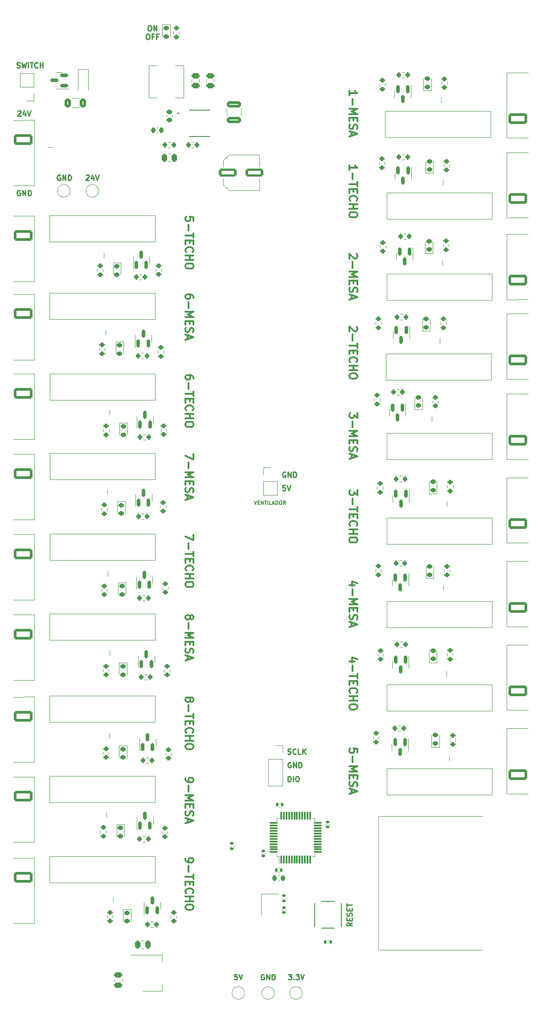
<source format=gto>
G04 #@! TF.GenerationSoftware,KiCad,Pcbnew,(6.0.11)*
G04 #@! TF.CreationDate,2023-09-27T15:25:24-05:00*
G04 #@! TF.ProjectId,MB,4d422e6b-6963-4616-945f-706362585858,rev?*
G04 #@! TF.SameCoordinates,Original*
G04 #@! TF.FileFunction,Legend,Top*
G04 #@! TF.FilePolarity,Positive*
%FSLAX46Y46*%
G04 Gerber Fmt 4.6, Leading zero omitted, Abs format (unit mm)*
G04 Created by KiCad (PCBNEW (6.0.11)) date 2023-09-27 15:25:24*
%MOMM*%
%LPD*%
G01*
G04 APERTURE LIST*
G04 Aperture macros list*
%AMRoundRect*
0 Rectangle with rounded corners*
0 $1 Rounding radius*
0 $2 $3 $4 $5 $6 $7 $8 $9 X,Y pos of 4 corners*
0 Add a 4 corners polygon primitive as box body*
4,1,4,$2,$3,$4,$5,$6,$7,$8,$9,$2,$3,0*
0 Add four circle primitives for the rounded corners*
1,1,$1+$1,$2,$3*
1,1,$1+$1,$4,$5*
1,1,$1+$1,$6,$7*
1,1,$1+$1,$8,$9*
0 Add four rect primitives between the rounded corners*
20,1,$1+$1,$2,$3,$4,$5,0*
20,1,$1+$1,$4,$5,$6,$7,0*
20,1,$1+$1,$6,$7,$8,$9,0*
20,1,$1+$1,$8,$9,$2,$3,0*%
G04 Aperture macros list end*
%ADD10C,0.375000*%
%ADD11C,0.250000*%
%ADD12C,0.175000*%
%ADD13C,0.100000*%
%ADD14C,0.120000*%
%ADD15C,0.127000*%
%ADD16C,0.200000*%
%ADD17C,0.010000*%
%ADD18C,1.500000*%
%ADD19C,1.800000*%
%ADD20RoundRect,0.250000X0.250000X0.475000X-0.250000X0.475000X-0.250000X-0.475000X0.250000X-0.475000X0*%
%ADD21C,2.000000*%
%ADD22RoundRect,0.200000X0.275000X-0.200000X0.275000X0.200000X-0.275000X0.200000X-0.275000X-0.200000X0*%
%ADD23RoundRect,0.249999X1.550001X-0.790001X1.550001X0.790001X-1.550001X0.790001X-1.550001X-0.790001X0*%
%ADD24O,3.600000X2.080000*%
%ADD25C,3.200000*%
%ADD26R,0.910000X1.220000*%
%ADD27RoundRect,0.249999X-1.550001X0.790001X-1.550001X-0.790001X1.550001X-0.790001X1.550001X0.790001X0*%
%ADD28RoundRect,0.150000X-0.150000X0.587500X-0.150000X-0.587500X0.150000X-0.587500X0.150000X0.587500X0*%
%ADD29RoundRect,0.200000X-0.200000X-0.275000X0.200000X-0.275000X0.200000X0.275000X-0.200000X0.275000X0*%
%ADD30RoundRect,0.150000X0.150000X-0.587500X0.150000X0.587500X-0.150000X0.587500X-0.150000X-0.587500X0*%
%ADD31RoundRect,0.200000X0.200000X0.275000X-0.200000X0.275000X-0.200000X-0.275000X0.200000X-0.275000X0*%
%ADD32RoundRect,0.218750X-0.256250X0.218750X-0.256250X-0.218750X0.256250X-0.218750X0.256250X0.218750X0*%
%ADD33RoundRect,0.225000X-0.225000X-0.250000X0.225000X-0.250000X0.225000X0.250000X-0.225000X0.250000X0*%
%ADD34RoundRect,0.135000X-0.185000X0.135000X-0.185000X-0.135000X0.185000X-0.135000X0.185000X0.135000X0*%
%ADD35RoundRect,0.218750X0.256250X-0.218750X0.256250X0.218750X-0.256250X0.218750X-0.256250X-0.218750X0*%
%ADD36RoundRect,0.140000X-0.140000X-0.170000X0.140000X-0.170000X0.140000X0.170000X-0.140000X0.170000X0*%
%ADD37RoundRect,0.140000X0.170000X-0.140000X0.170000X0.140000X-0.170000X0.140000X-0.170000X-0.140000X0*%
%ADD38R,2.000000X1.500000*%
%ADD39R,2.000000X3.800000*%
%ADD40RoundRect,0.250000X0.475000X-0.250000X0.475000X0.250000X-0.475000X0.250000X-0.475000X-0.250000X0*%
%ADD41RoundRect,0.200000X-0.275000X0.200000X-0.275000X-0.200000X0.275000X-0.200000X0.275000X0.200000X0*%
%ADD42R,1.200000X1.400000*%
%ADD43RoundRect,0.250000X0.312500X0.625000X-0.312500X0.625000X-0.312500X-0.625000X0.312500X-0.625000X0*%
%ADD44RoundRect,0.250000X-0.475000X0.250000X-0.475000X-0.250000X0.475000X-0.250000X0.475000X0.250000X0*%
%ADD45RoundRect,0.250000X-0.250000X-0.475000X0.250000X-0.475000X0.250000X0.475000X-0.250000X0.475000X0*%
%ADD46R,1.200000X0.900000*%
%ADD47RoundRect,0.225000X0.225000X0.250000X-0.225000X0.250000X-0.225000X-0.250000X0.225000X-0.250000X0*%
%ADD48RoundRect,0.075000X0.075000X-0.662500X0.075000X0.662500X-0.075000X0.662500X-0.075000X-0.662500X0*%
%ADD49RoundRect,0.075000X0.662500X-0.075000X0.662500X0.075000X-0.662500X0.075000X-0.662500X-0.075000X0*%
%ADD50R,1.680000X1.680000*%
%ADD51C,1.680000*%
%ADD52R,0.750000X1.000000*%
%ADD53RoundRect,0.140000X-0.170000X0.140000X-0.170000X-0.140000X0.170000X-0.140000X0.170000X0.140000X0*%
%ADD54R,1.220000X0.910000*%
%ADD55R,1.700000X1.700000*%
%ADD56O,1.700000X1.700000*%
%ADD57R,3.400000X2.150000*%
%ADD58RoundRect,0.250000X-1.412500X-0.550000X1.412500X-0.550000X1.412500X0.550000X-1.412500X0.550000X0*%
%ADD59RoundRect,0.225000X0.250000X-0.225000X0.250000X0.225000X-0.250000X0.225000X-0.250000X-0.225000X0*%
%ADD60C,0.604000*%
%ADD61RoundRect,0.250000X1.100000X-0.325000X1.100000X0.325000X-1.100000X0.325000X-1.100000X-0.325000X0*%
%ADD62RoundRect,0.150000X0.587500X0.150000X-0.587500X0.150000X-0.587500X-0.150000X0.587500X-0.150000X0*%
%ADD63RoundRect,0.140000X0.140000X0.170000X-0.140000X0.170000X-0.140000X-0.170000X0.140000X-0.170000X0*%
G04 APERTURE END LIST*
D10*
X153737428Y-172813728D02*
X152737428Y-172813728D01*
X154308857Y-172456585D02*
X153237428Y-172099442D01*
X153237428Y-173028014D01*
X153308857Y-173599442D02*
X153308857Y-174742299D01*
X154237428Y-175242299D02*
X154237428Y-176099442D01*
X152737428Y-175670871D02*
X154237428Y-175670871D01*
X153523142Y-176599442D02*
X153523142Y-177099442D01*
X152737428Y-177313728D02*
X152737428Y-176599442D01*
X154237428Y-176599442D01*
X154237428Y-177313728D01*
X152880285Y-178813728D02*
X152808857Y-178742299D01*
X152737428Y-178528014D01*
X152737428Y-178385156D01*
X152808857Y-178170871D01*
X152951714Y-178028014D01*
X153094571Y-177956585D01*
X153380285Y-177885156D01*
X153594571Y-177885156D01*
X153880285Y-177956585D01*
X154023142Y-178028014D01*
X154166000Y-178170871D01*
X154237428Y-178385156D01*
X154237428Y-178528014D01*
X154166000Y-178742299D01*
X154094571Y-178813728D01*
X152737428Y-179456585D02*
X154237428Y-179456585D01*
X153523142Y-179456585D02*
X153523142Y-180313728D01*
X152737428Y-180313728D02*
X154237428Y-180313728D01*
X154237428Y-181313728D02*
X154237428Y-181599442D01*
X154166000Y-181742299D01*
X154023142Y-181885156D01*
X153737428Y-181956585D01*
X153237428Y-181956585D01*
X152951714Y-181885156D01*
X152808857Y-181742299D01*
X152737428Y-181599442D01*
X152737428Y-181313728D01*
X152808857Y-181170871D01*
X152951714Y-181028014D01*
X153237428Y-180956585D01*
X153737428Y-180956585D01*
X154023142Y-181028014D01*
X154166000Y-181170871D01*
X154237428Y-181313728D01*
D11*
X153233380Y-222432380D02*
X152757190Y-222765714D01*
X153233380Y-223003809D02*
X152233380Y-223003809D01*
X152233380Y-222622857D01*
X152281000Y-222527619D01*
X152328619Y-222480000D01*
X152423857Y-222432380D01*
X152566714Y-222432380D01*
X152661952Y-222480000D01*
X152709571Y-222527619D01*
X152757190Y-222622857D01*
X152757190Y-223003809D01*
X152709571Y-222003809D02*
X152709571Y-221670476D01*
X153233380Y-221527619D02*
X153233380Y-222003809D01*
X152233380Y-222003809D01*
X152233380Y-221527619D01*
X153185761Y-221146666D02*
X153233380Y-221003809D01*
X153233380Y-220765714D01*
X153185761Y-220670476D01*
X153138142Y-220622857D01*
X153042904Y-220575238D01*
X152947666Y-220575238D01*
X152852428Y-220622857D01*
X152804809Y-220670476D01*
X152757190Y-220765714D01*
X152709571Y-220956190D01*
X152661952Y-221051428D01*
X152614333Y-221099047D01*
X152519095Y-221146666D01*
X152423857Y-221146666D01*
X152328619Y-221099047D01*
X152281000Y-221051428D01*
X152233380Y-220956190D01*
X152233380Y-220718095D01*
X152281000Y-220575238D01*
X152709571Y-220146666D02*
X152709571Y-219813333D01*
X153233380Y-219670476D02*
X153233380Y-220146666D01*
X152233380Y-220146666D01*
X152233380Y-219670476D01*
X152233380Y-219384761D02*
X152233380Y-218813333D01*
X153233380Y-219099047D02*
X152233380Y-219099047D01*
X141081286Y-195651380D02*
X141081286Y-194651380D01*
X141319381Y-194651380D01*
X141462238Y-194699000D01*
X141557476Y-194794238D01*
X141605096Y-194889476D01*
X141652715Y-195079952D01*
X141652715Y-195222809D01*
X141605096Y-195413285D01*
X141557476Y-195508523D01*
X141462238Y-195603761D01*
X141319381Y-195651380D01*
X141081286Y-195651380D01*
X142081286Y-195651380D02*
X142081286Y-194651380D01*
X142747953Y-194651380D02*
X142938429Y-194651380D01*
X143033667Y-194699000D01*
X143128905Y-194794238D01*
X143176524Y-194984714D01*
X143176524Y-195318047D01*
X143128905Y-195508523D01*
X143033667Y-195603761D01*
X142938429Y-195651380D01*
X142747953Y-195651380D01*
X142652715Y-195603761D01*
X142557476Y-195508523D01*
X142509857Y-195318047D01*
X142509857Y-194984714D01*
X142557476Y-194794238D01*
X142652715Y-194699000D01*
X142747953Y-194651380D01*
X141144809Y-232243380D02*
X141763857Y-232243380D01*
X141430523Y-232624333D01*
X141573380Y-232624333D01*
X141668619Y-232671952D01*
X141716238Y-232719571D01*
X141763857Y-232814809D01*
X141763857Y-233052904D01*
X141716238Y-233148142D01*
X141668619Y-233195761D01*
X141573380Y-233243380D01*
X141287666Y-233243380D01*
X141192428Y-233195761D01*
X141144809Y-233148142D01*
X142192428Y-233148142D02*
X142240047Y-233195761D01*
X142192428Y-233243380D01*
X142144809Y-233195761D01*
X142192428Y-233148142D01*
X142192428Y-233243380D01*
X142573380Y-232243380D02*
X143192428Y-232243380D01*
X142859095Y-232624333D01*
X143001952Y-232624333D01*
X143097190Y-232671952D01*
X143144809Y-232719571D01*
X143192428Y-232814809D01*
X143192428Y-233052904D01*
X143144809Y-233148142D01*
X143097190Y-233195761D01*
X143001952Y-233243380D01*
X142716238Y-233243380D01*
X142621000Y-233195761D01*
X142573380Y-233148142D01*
X143478142Y-232243380D02*
X143811476Y-233243380D01*
X144144809Y-232243380D01*
X140541476Y-139406380D02*
X140065286Y-139406380D01*
X140017667Y-139882571D01*
X140065286Y-139834952D01*
X140160524Y-139787333D01*
X140398619Y-139787333D01*
X140493857Y-139834952D01*
X140541476Y-139882571D01*
X140589095Y-139977809D01*
X140589095Y-140215904D01*
X140541476Y-140311142D01*
X140493857Y-140358761D01*
X140398619Y-140406380D01*
X140160524Y-140406380D01*
X140065286Y-140358761D01*
X140017667Y-140311142D01*
X140874810Y-139406380D02*
X141208143Y-140406380D01*
X141541476Y-139406380D01*
D10*
X154237428Y-190157899D02*
X154237428Y-189443613D01*
X153523142Y-189372185D01*
X153594571Y-189443613D01*
X153666000Y-189586470D01*
X153666000Y-189943613D01*
X153594571Y-190086470D01*
X153523142Y-190157899D01*
X153380285Y-190229327D01*
X153023142Y-190229327D01*
X152880285Y-190157899D01*
X152808857Y-190086470D01*
X152737428Y-189943613D01*
X152737428Y-189586470D01*
X152808857Y-189443613D01*
X152880285Y-189372185D01*
X153308857Y-190872185D02*
X153308857Y-192015042D01*
X152737428Y-192729327D02*
X154237428Y-192729327D01*
X153166000Y-193229327D01*
X154237428Y-193729327D01*
X152737428Y-193729327D01*
X153523142Y-194443613D02*
X153523142Y-194943613D01*
X152737428Y-195157899D02*
X152737428Y-194443613D01*
X154237428Y-194443613D01*
X154237428Y-195157899D01*
X152808857Y-195729327D02*
X152737428Y-195943613D01*
X152737428Y-196300756D01*
X152808857Y-196443613D01*
X152880285Y-196515042D01*
X153023142Y-196586470D01*
X153166000Y-196586470D01*
X153308857Y-196515042D01*
X153380285Y-196443613D01*
X153451714Y-196300756D01*
X153523142Y-196015042D01*
X153594571Y-195872185D01*
X153666000Y-195800756D01*
X153808857Y-195729327D01*
X153951714Y-195729327D01*
X154094571Y-195800756D01*
X154166000Y-195872185D01*
X154237428Y-196015042D01*
X154237428Y-196372185D01*
X154166000Y-196586470D01*
X153166000Y-197157899D02*
X153166000Y-197872185D01*
X152737428Y-197015042D02*
X154237428Y-197515042D01*
X152737428Y-198015042D01*
D11*
X136525095Y-232291000D02*
X136429857Y-232243380D01*
X136287000Y-232243380D01*
X136144142Y-232291000D01*
X136048904Y-232386238D01*
X136001285Y-232481476D01*
X135953666Y-232671952D01*
X135953666Y-232814809D01*
X136001285Y-233005285D01*
X136048904Y-233100523D01*
X136144142Y-233195761D01*
X136287000Y-233243380D01*
X136382238Y-233243380D01*
X136525095Y-233195761D01*
X136572714Y-233148142D01*
X136572714Y-232814809D01*
X136382238Y-232814809D01*
X137001285Y-233243380D02*
X137001285Y-232243380D01*
X137572714Y-233243380D01*
X137572714Y-232243380D01*
X138048904Y-233243380D02*
X138048904Y-232243380D01*
X138287000Y-232243380D01*
X138429857Y-232291000D01*
X138525095Y-232386238D01*
X138572714Y-232481476D01*
X138620333Y-232671952D01*
X138620333Y-232814809D01*
X138572714Y-233005285D01*
X138525095Y-233100523D01*
X138429857Y-233195761D01*
X138287000Y-233243380D01*
X138048904Y-233243380D01*
D10*
X123122428Y-148806985D02*
X123122428Y-149806985D01*
X121622428Y-149164127D01*
X122193857Y-150378413D02*
X122193857Y-151521270D01*
X123122428Y-152021270D02*
X123122428Y-152878413D01*
X121622428Y-152449842D02*
X123122428Y-152449842D01*
X122408142Y-153378413D02*
X122408142Y-153878413D01*
X121622428Y-154092699D02*
X121622428Y-153378413D01*
X123122428Y-153378413D01*
X123122428Y-154092699D01*
X121765285Y-155592699D02*
X121693857Y-155521270D01*
X121622428Y-155306985D01*
X121622428Y-155164127D01*
X121693857Y-154949842D01*
X121836714Y-154806985D01*
X121979571Y-154735556D01*
X122265285Y-154664127D01*
X122479571Y-154664127D01*
X122765285Y-154735556D01*
X122908142Y-154806985D01*
X123051000Y-154949842D01*
X123122428Y-155164127D01*
X123122428Y-155306985D01*
X123051000Y-155521270D01*
X122979571Y-155592699D01*
X121622428Y-156235556D02*
X123122428Y-156235556D01*
X122408142Y-156235556D02*
X122408142Y-157092699D01*
X121622428Y-157092699D02*
X123122428Y-157092699D01*
X123122428Y-158092699D02*
X123122428Y-158378413D01*
X123051000Y-158521270D01*
X122908142Y-158664127D01*
X122622428Y-158735556D01*
X122122428Y-158735556D01*
X121836714Y-158664127D01*
X121693857Y-158521270D01*
X121622428Y-158378413D01*
X121622428Y-158092699D01*
X121693857Y-157949842D01*
X121836714Y-157806985D01*
X122122428Y-157735556D01*
X122622428Y-157735556D01*
X122908142Y-157806985D01*
X123051000Y-157949842D01*
X123122428Y-158092699D01*
X122479571Y-164312728D02*
X122551000Y-164169871D01*
X122622428Y-164098442D01*
X122765285Y-164027014D01*
X122836714Y-164027014D01*
X122979571Y-164098442D01*
X123051000Y-164169871D01*
X123122428Y-164312728D01*
X123122428Y-164598442D01*
X123051000Y-164741299D01*
X122979571Y-164812728D01*
X122836714Y-164884156D01*
X122765285Y-164884156D01*
X122622428Y-164812728D01*
X122551000Y-164741299D01*
X122479571Y-164598442D01*
X122479571Y-164312728D01*
X122408142Y-164169871D01*
X122336714Y-164098442D01*
X122193857Y-164027014D01*
X121908142Y-164027014D01*
X121765285Y-164098442D01*
X121693857Y-164169871D01*
X121622428Y-164312728D01*
X121622428Y-164598442D01*
X121693857Y-164741299D01*
X121765285Y-164812728D01*
X121908142Y-164884156D01*
X122193857Y-164884156D01*
X122336714Y-164812728D01*
X122408142Y-164741299D01*
X122479571Y-164598442D01*
X122193857Y-165527014D02*
X122193857Y-166669871D01*
X121622428Y-167384156D02*
X123122428Y-167384156D01*
X122051000Y-167884156D01*
X123122428Y-168384156D01*
X121622428Y-168384156D01*
X122408142Y-169098442D02*
X122408142Y-169598442D01*
X121622428Y-169812728D02*
X121622428Y-169098442D01*
X123122428Y-169098442D01*
X123122428Y-169812728D01*
X121693857Y-170384156D02*
X121622428Y-170598442D01*
X121622428Y-170955585D01*
X121693857Y-171098442D01*
X121765285Y-171169871D01*
X121908142Y-171241299D01*
X122051000Y-171241299D01*
X122193857Y-171169871D01*
X122265285Y-171098442D01*
X122336714Y-170955585D01*
X122408142Y-170669871D01*
X122479571Y-170527014D01*
X122551000Y-170455585D01*
X122693857Y-170384156D01*
X122836714Y-170384156D01*
X122979571Y-170455585D01*
X123051000Y-170527014D01*
X123122428Y-170669871D01*
X123122428Y-171027014D01*
X123051000Y-171241299D01*
X122051000Y-171812728D02*
X122051000Y-172527014D01*
X121622428Y-171669871D02*
X123122428Y-172169871D01*
X121622428Y-172669871D01*
X154237428Y-140344014D02*
X154237428Y-141272585D01*
X153666000Y-140772585D01*
X153666000Y-140986871D01*
X153594571Y-141129728D01*
X153523142Y-141201156D01*
X153380285Y-141272585D01*
X153023142Y-141272585D01*
X152880285Y-141201156D01*
X152808857Y-141129728D01*
X152737428Y-140986871D01*
X152737428Y-140558299D01*
X152808857Y-140415442D01*
X152880285Y-140344014D01*
X153308857Y-141915442D02*
X153308857Y-143058299D01*
X154237428Y-143558299D02*
X154237428Y-144415442D01*
X152737428Y-143986871D02*
X154237428Y-143986871D01*
X153523142Y-144915442D02*
X153523142Y-145415442D01*
X152737428Y-145629728D02*
X152737428Y-144915442D01*
X154237428Y-144915442D01*
X154237428Y-145629728D01*
X152880285Y-147129728D02*
X152808857Y-147058299D01*
X152737428Y-146844014D01*
X152737428Y-146701156D01*
X152808857Y-146486871D01*
X152951714Y-146344014D01*
X153094571Y-146272585D01*
X153380285Y-146201156D01*
X153594571Y-146201156D01*
X153880285Y-146272585D01*
X154023142Y-146344014D01*
X154166000Y-146486871D01*
X154237428Y-146701156D01*
X154237428Y-146844014D01*
X154166000Y-147058299D01*
X154094571Y-147129728D01*
X152737428Y-147772585D02*
X154237428Y-147772585D01*
X153523142Y-147772585D02*
X153523142Y-148629728D01*
X152737428Y-148629728D02*
X154237428Y-148629728D01*
X154237428Y-149629728D02*
X154237428Y-149915442D01*
X154166000Y-150058299D01*
X154023142Y-150201156D01*
X153737428Y-150272585D01*
X153237428Y-150272585D01*
X152951714Y-150201156D01*
X152808857Y-150058299D01*
X152737428Y-149915442D01*
X152737428Y-149629728D01*
X152808857Y-149486871D01*
X152951714Y-149344014D01*
X153237428Y-149272585D01*
X153737428Y-149272585D01*
X154023142Y-149344014D01*
X154166000Y-149486871D01*
X154237428Y-149629728D01*
X123122428Y-89212127D02*
X123122428Y-88497842D01*
X122408142Y-88426413D01*
X122479571Y-88497842D01*
X122551000Y-88640699D01*
X122551000Y-88997842D01*
X122479571Y-89140699D01*
X122408142Y-89212127D01*
X122265285Y-89283556D01*
X121908142Y-89283556D01*
X121765285Y-89212127D01*
X121693857Y-89140699D01*
X121622428Y-88997842D01*
X121622428Y-88640699D01*
X121693857Y-88497842D01*
X121765285Y-88426413D01*
X122193857Y-89926413D02*
X122193857Y-91069270D01*
X123122428Y-91569270D02*
X123122428Y-92426413D01*
X121622428Y-91997842D02*
X123122428Y-91997842D01*
X122408142Y-92926413D02*
X122408142Y-93426413D01*
X121622428Y-93640699D02*
X121622428Y-92926413D01*
X123122428Y-92926413D01*
X123122428Y-93640699D01*
X121765285Y-95140699D02*
X121693857Y-95069270D01*
X121622428Y-94854985D01*
X121622428Y-94712127D01*
X121693857Y-94497842D01*
X121836714Y-94354985D01*
X121979571Y-94283556D01*
X122265285Y-94212127D01*
X122479571Y-94212127D01*
X122765285Y-94283556D01*
X122908142Y-94354985D01*
X123051000Y-94497842D01*
X123122428Y-94712127D01*
X123122428Y-94854985D01*
X123051000Y-95069270D01*
X122979571Y-95140699D01*
X121622428Y-95783556D02*
X123122428Y-95783556D01*
X122408142Y-95783556D02*
X122408142Y-96640699D01*
X121622428Y-96640699D02*
X123122428Y-96640699D01*
X123122428Y-97640699D02*
X123122428Y-97926413D01*
X123051000Y-98069270D01*
X122908142Y-98212127D01*
X122622428Y-98283556D01*
X122122428Y-98283556D01*
X121836714Y-98212127D01*
X121693857Y-98069270D01*
X121622428Y-97926413D01*
X121622428Y-97640699D01*
X121693857Y-97497842D01*
X121836714Y-97354985D01*
X122122428Y-97283556D01*
X122622428Y-97283556D01*
X122908142Y-97354985D01*
X123051000Y-97497842D01*
X123122428Y-97640699D01*
D11*
X89741523Y-68381619D02*
X89789142Y-68334000D01*
X89884380Y-68286380D01*
X90122476Y-68286380D01*
X90217714Y-68334000D01*
X90265333Y-68381619D01*
X90312952Y-68476857D01*
X90312952Y-68572095D01*
X90265333Y-68714952D01*
X89693904Y-69286380D01*
X90312952Y-69286380D01*
X91170095Y-68619714D02*
X91170095Y-69286380D01*
X90932000Y-68238761D02*
X90693904Y-68953047D01*
X91312952Y-68953047D01*
X91551047Y-68286380D02*
X91884380Y-69286380D01*
X92217714Y-68286380D01*
D10*
X153737428Y-158361870D02*
X152737428Y-158361870D01*
X154308857Y-158004727D02*
X153237428Y-157647585D01*
X153237428Y-158576156D01*
X153308857Y-159147585D02*
X153308857Y-160290442D01*
X152737428Y-161004727D02*
X154237428Y-161004727D01*
X153166000Y-161504727D01*
X154237428Y-162004727D01*
X152737428Y-162004727D01*
X153523142Y-162719013D02*
X153523142Y-163219013D01*
X152737428Y-163433299D02*
X152737428Y-162719013D01*
X154237428Y-162719013D01*
X154237428Y-163433299D01*
X152808857Y-164004727D02*
X152737428Y-164219013D01*
X152737428Y-164576156D01*
X152808857Y-164719013D01*
X152880285Y-164790442D01*
X153023142Y-164861870D01*
X153166000Y-164861870D01*
X153308857Y-164790442D01*
X153380285Y-164719013D01*
X153451714Y-164576156D01*
X153523142Y-164290442D01*
X153594571Y-164147585D01*
X153666000Y-164076156D01*
X153808857Y-164004727D01*
X153951714Y-164004727D01*
X154094571Y-164076156D01*
X154166000Y-164147585D01*
X154237428Y-164290442D01*
X154237428Y-164647585D01*
X154166000Y-164861870D01*
X153166000Y-165433299D02*
X153166000Y-166147585D01*
X152737428Y-165290442D02*
X154237428Y-165790442D01*
X152737428Y-166290442D01*
D12*
X134668000Y-142364666D02*
X134901333Y-143064666D01*
X135134666Y-142364666D01*
X135368000Y-142698000D02*
X135601333Y-142698000D01*
X135701333Y-143064666D02*
X135368000Y-143064666D01*
X135368000Y-142364666D01*
X135701333Y-142364666D01*
X136001333Y-143064666D02*
X136001333Y-142364666D01*
X136401333Y-143064666D01*
X136401333Y-142364666D01*
X136634666Y-142364666D02*
X137034666Y-142364666D01*
X136834666Y-143064666D02*
X136834666Y-142364666D01*
X137268000Y-143064666D02*
X137268000Y-142364666D01*
X137934666Y-143064666D02*
X137601333Y-143064666D01*
X137601333Y-142364666D01*
X138134666Y-142864666D02*
X138468000Y-142864666D01*
X138068000Y-143064666D02*
X138301333Y-142364666D01*
X138534666Y-143064666D01*
X138768000Y-143064666D02*
X138768000Y-142364666D01*
X138934666Y-142364666D01*
X139034666Y-142398000D01*
X139101333Y-142464666D01*
X139134666Y-142531333D01*
X139168000Y-142664666D01*
X139168000Y-142764666D01*
X139134666Y-142898000D01*
X139101333Y-142964666D01*
X139034666Y-143031333D01*
X138934666Y-143064666D01*
X138768000Y-143064666D01*
X139601333Y-142364666D02*
X139734666Y-142364666D01*
X139801333Y-142398000D01*
X139868000Y-142464666D01*
X139901333Y-142598000D01*
X139901333Y-142831333D01*
X139868000Y-142964666D01*
X139801333Y-143031333D01*
X139734666Y-143064666D01*
X139601333Y-143064666D01*
X139534666Y-143031333D01*
X139468000Y-142964666D01*
X139434666Y-142831333D01*
X139434666Y-142598000D01*
X139468000Y-142464666D01*
X139534666Y-142398000D01*
X139601333Y-142364666D01*
X140601333Y-143064666D02*
X140368000Y-142731333D01*
X140201333Y-143064666D02*
X140201333Y-142364666D01*
X140468000Y-142364666D01*
X140534666Y-142398000D01*
X140568000Y-142431333D01*
X140601333Y-142498000D01*
X140601333Y-142598000D01*
X140568000Y-142664666D01*
X140534666Y-142698000D01*
X140468000Y-142731333D01*
X140201333Y-142731333D01*
D10*
X152737428Y-65423927D02*
X152737428Y-64566785D01*
X152737428Y-64995356D02*
X154237428Y-64995356D01*
X154023142Y-64852499D01*
X153880285Y-64709642D01*
X153808857Y-64566785D01*
X153308857Y-66066785D02*
X153308857Y-67209642D01*
X152737428Y-67923927D02*
X154237428Y-67923927D01*
X153166000Y-68423927D01*
X154237428Y-68923927D01*
X152737428Y-68923927D01*
X153523142Y-69638213D02*
X153523142Y-70138213D01*
X152737428Y-70352499D02*
X152737428Y-69638213D01*
X154237428Y-69638213D01*
X154237428Y-70352499D01*
X152808857Y-70923927D02*
X152737428Y-71138213D01*
X152737428Y-71495356D01*
X152808857Y-71638213D01*
X152880285Y-71709642D01*
X153023142Y-71781070D01*
X153166000Y-71781070D01*
X153308857Y-71709642D01*
X153380285Y-71638213D01*
X153451714Y-71495356D01*
X153523142Y-71209642D01*
X153594571Y-71066785D01*
X153666000Y-70995356D01*
X153808857Y-70923927D01*
X153951714Y-70923927D01*
X154094571Y-70995356D01*
X154166000Y-71066785D01*
X154237428Y-71209642D01*
X154237428Y-71566785D01*
X154166000Y-71781070D01*
X153166000Y-72352499D02*
X153166000Y-73066785D01*
X152737428Y-72209642D02*
X154237428Y-72709642D01*
X152737428Y-73209642D01*
X121622428Y-195046071D02*
X121622428Y-195331785D01*
X121693857Y-195474642D01*
X121765285Y-195546071D01*
X121979571Y-195688928D01*
X122265285Y-195760356D01*
X122836714Y-195760356D01*
X122979571Y-195688928D01*
X123051000Y-195617499D01*
X123122428Y-195474642D01*
X123122428Y-195188928D01*
X123051000Y-195046071D01*
X122979571Y-194974642D01*
X122836714Y-194903214D01*
X122479571Y-194903214D01*
X122336714Y-194974642D01*
X122265285Y-195046071D01*
X122193857Y-195188928D01*
X122193857Y-195474642D01*
X122265285Y-195617499D01*
X122336714Y-195688928D01*
X122479571Y-195760356D01*
X122193857Y-196403214D02*
X122193857Y-197546071D01*
X121622428Y-198260356D02*
X123122428Y-198260356D01*
X122051000Y-198760356D01*
X123122428Y-199260356D01*
X121622428Y-199260356D01*
X122408142Y-199974642D02*
X122408142Y-200474642D01*
X121622428Y-200688928D02*
X121622428Y-199974642D01*
X123122428Y-199974642D01*
X123122428Y-200688928D01*
X121693857Y-201260356D02*
X121622428Y-201474642D01*
X121622428Y-201831785D01*
X121693857Y-201974642D01*
X121765285Y-202046071D01*
X121908142Y-202117499D01*
X122051000Y-202117499D01*
X122193857Y-202046071D01*
X122265285Y-201974642D01*
X122336714Y-201831785D01*
X122408142Y-201546071D01*
X122479571Y-201403214D01*
X122551000Y-201331785D01*
X122693857Y-201260356D01*
X122836714Y-201260356D01*
X122979571Y-201331785D01*
X123051000Y-201403214D01*
X123122428Y-201546071D01*
X123122428Y-201903214D01*
X123051000Y-202117499D01*
X122051000Y-202688928D02*
X122051000Y-203403214D01*
X121622428Y-202546071D02*
X123122428Y-203046071D01*
X121622428Y-203546071D01*
D11*
X140589095Y-136914000D02*
X140493857Y-136866380D01*
X140351000Y-136866380D01*
X140208142Y-136914000D01*
X140112904Y-137009238D01*
X140065285Y-137104476D01*
X140017666Y-137294952D01*
X140017666Y-137437809D01*
X140065285Y-137628285D01*
X140112904Y-137723523D01*
X140208142Y-137818761D01*
X140351000Y-137866380D01*
X140446238Y-137866380D01*
X140589095Y-137818761D01*
X140636714Y-137771142D01*
X140636714Y-137437809D01*
X140446238Y-137437809D01*
X141065285Y-137866380D02*
X141065285Y-136866380D01*
X141636714Y-137866380D01*
X141636714Y-136866380D01*
X142112904Y-137866380D02*
X142112904Y-136866380D01*
X142351000Y-136866380D01*
X142493857Y-136914000D01*
X142589095Y-137009238D01*
X142636714Y-137104476D01*
X142684333Y-137294952D01*
X142684333Y-137437809D01*
X142636714Y-137628285D01*
X142589095Y-137723523D01*
X142493857Y-137818761D01*
X142351000Y-137866380D01*
X142112904Y-137866380D01*
D10*
X121622428Y-210286070D02*
X121622428Y-210571785D01*
X121693857Y-210714642D01*
X121765285Y-210786070D01*
X121979571Y-210928927D01*
X122265285Y-211000356D01*
X122836714Y-211000356D01*
X122979571Y-210928927D01*
X123051000Y-210857499D01*
X123122428Y-210714642D01*
X123122428Y-210428927D01*
X123051000Y-210286070D01*
X122979571Y-210214642D01*
X122836714Y-210143213D01*
X122479571Y-210143213D01*
X122336714Y-210214642D01*
X122265285Y-210286070D01*
X122193857Y-210428927D01*
X122193857Y-210714642D01*
X122265285Y-210857499D01*
X122336714Y-210928927D01*
X122479571Y-211000356D01*
X122193857Y-211643213D02*
X122193857Y-212786070D01*
X123122428Y-213286070D02*
X123122428Y-214143213D01*
X121622428Y-213714642D02*
X123122428Y-213714642D01*
X122408142Y-214643213D02*
X122408142Y-215143213D01*
X121622428Y-215357499D02*
X121622428Y-214643213D01*
X123122428Y-214643213D01*
X123122428Y-215357499D01*
X121765285Y-216857499D02*
X121693857Y-216786070D01*
X121622428Y-216571785D01*
X121622428Y-216428927D01*
X121693857Y-216214642D01*
X121836714Y-216071785D01*
X121979571Y-216000356D01*
X122265285Y-215928927D01*
X122479571Y-215928927D01*
X122765285Y-216000356D01*
X122908142Y-216071785D01*
X123051000Y-216214642D01*
X123122428Y-216428927D01*
X123122428Y-216571785D01*
X123051000Y-216786070D01*
X122979571Y-216857499D01*
X121622428Y-217500356D02*
X123122428Y-217500356D01*
X122408142Y-217500356D02*
X122408142Y-218357499D01*
X121622428Y-218357499D02*
X123122428Y-218357499D01*
X123122428Y-219357499D02*
X123122428Y-219643213D01*
X123051000Y-219786070D01*
X122908142Y-219928927D01*
X122622428Y-220000356D01*
X122122428Y-220000356D01*
X121836714Y-219928927D01*
X121693857Y-219786070D01*
X121622428Y-219643213D01*
X121622428Y-219357499D01*
X121693857Y-219214642D01*
X121836714Y-219071785D01*
X122122428Y-219000356D01*
X122622428Y-219000356D01*
X122908142Y-219071785D01*
X123051000Y-219214642D01*
X123122428Y-219357499D01*
D11*
X114696952Y-52114380D02*
X114887428Y-52114380D01*
X114982666Y-52162000D01*
X115077904Y-52257238D01*
X115125523Y-52447714D01*
X115125523Y-52781047D01*
X115077904Y-52971523D01*
X114982666Y-53066761D01*
X114887428Y-53114380D01*
X114696952Y-53114380D01*
X114601714Y-53066761D01*
X114506476Y-52971523D01*
X114458857Y-52781047D01*
X114458857Y-52447714D01*
X114506476Y-52257238D01*
X114601714Y-52162000D01*
X114696952Y-52114380D01*
X115554095Y-53114380D02*
X115554095Y-52114380D01*
X116125523Y-53114380D01*
X116125523Y-52114380D01*
X114363619Y-53724380D02*
X114554095Y-53724380D01*
X114649333Y-53772000D01*
X114744571Y-53867238D01*
X114792190Y-54057714D01*
X114792190Y-54391047D01*
X114744571Y-54581523D01*
X114649333Y-54676761D01*
X114554095Y-54724380D01*
X114363619Y-54724380D01*
X114268380Y-54676761D01*
X114173142Y-54581523D01*
X114125523Y-54391047D01*
X114125523Y-54057714D01*
X114173142Y-53867238D01*
X114268380Y-53772000D01*
X114363619Y-53724380D01*
X115554095Y-54200571D02*
X115220761Y-54200571D01*
X115220761Y-54724380D02*
X115220761Y-53724380D01*
X115696952Y-53724380D01*
X116411238Y-54200571D02*
X116077904Y-54200571D01*
X116077904Y-54724380D02*
X116077904Y-53724380D01*
X116554095Y-53724380D01*
X97790095Y-80526000D02*
X97694857Y-80478380D01*
X97552000Y-80478380D01*
X97409142Y-80526000D01*
X97313904Y-80621238D01*
X97266285Y-80716476D01*
X97218666Y-80906952D01*
X97218666Y-81049809D01*
X97266285Y-81240285D01*
X97313904Y-81335523D01*
X97409142Y-81430761D01*
X97552000Y-81478380D01*
X97647238Y-81478380D01*
X97790095Y-81430761D01*
X97837714Y-81383142D01*
X97837714Y-81049809D01*
X97647238Y-81049809D01*
X98266285Y-81478380D02*
X98266285Y-80478380D01*
X98837714Y-81478380D01*
X98837714Y-80478380D01*
X99313904Y-81478380D02*
X99313904Y-80478380D01*
X99552000Y-80478380D01*
X99694857Y-80526000D01*
X99790095Y-80621238D01*
X99837714Y-80716476D01*
X99885333Y-80906952D01*
X99885333Y-81049809D01*
X99837714Y-81240285D01*
X99790095Y-81335523D01*
X99694857Y-81430761D01*
X99552000Y-81478380D01*
X99313904Y-81478380D01*
X89575000Y-60094761D02*
X89717857Y-60142380D01*
X89955952Y-60142380D01*
X90051190Y-60094761D01*
X90098809Y-60047142D01*
X90146428Y-59951904D01*
X90146428Y-59856666D01*
X90098809Y-59761428D01*
X90051190Y-59713809D01*
X89955952Y-59666190D01*
X89765476Y-59618571D01*
X89670238Y-59570952D01*
X89622619Y-59523333D01*
X89575000Y-59428095D01*
X89575000Y-59332857D01*
X89622619Y-59237619D01*
X89670238Y-59190000D01*
X89765476Y-59142380D01*
X90003571Y-59142380D01*
X90146428Y-59190000D01*
X90479761Y-59142380D02*
X90717857Y-60142380D01*
X90908333Y-59428095D01*
X91098809Y-60142380D01*
X91336904Y-59142380D01*
X91717857Y-60142380D02*
X91717857Y-59142380D01*
X92051190Y-59142380D02*
X92622619Y-59142380D01*
X92336904Y-60142380D02*
X92336904Y-59142380D01*
X93527380Y-60047142D02*
X93479761Y-60094761D01*
X93336904Y-60142380D01*
X93241666Y-60142380D01*
X93098809Y-60094761D01*
X93003571Y-59999523D01*
X92955952Y-59904285D01*
X92908333Y-59713809D01*
X92908333Y-59570952D01*
X92955952Y-59380476D01*
X93003571Y-59285238D01*
X93098809Y-59190000D01*
X93241666Y-59142380D01*
X93336904Y-59142380D01*
X93479761Y-59190000D01*
X93527380Y-59237619D01*
X93955952Y-60142380D02*
X93955952Y-59142380D01*
X93955952Y-59618571D02*
X94527380Y-59618571D01*
X94527380Y-60142380D02*
X94527380Y-59142380D01*
X102695523Y-80573619D02*
X102743142Y-80526000D01*
X102838380Y-80478380D01*
X103076476Y-80478380D01*
X103171714Y-80526000D01*
X103219333Y-80573619D01*
X103266952Y-80668857D01*
X103266952Y-80764095D01*
X103219333Y-80906952D01*
X102647904Y-81478380D01*
X103266952Y-81478380D01*
X104124095Y-80811714D02*
X104124095Y-81478380D01*
X103886000Y-80430761D02*
X103647904Y-81145047D01*
X104266952Y-81145047D01*
X104505047Y-80478380D02*
X104838380Y-81478380D01*
X105171714Y-80478380D01*
X141033666Y-190396761D02*
X141176523Y-190444380D01*
X141414619Y-190444380D01*
X141509857Y-190396761D01*
X141557476Y-190349142D01*
X141605095Y-190253904D01*
X141605095Y-190158666D01*
X141557476Y-190063428D01*
X141509857Y-190015809D01*
X141414619Y-189968190D01*
X141224143Y-189920571D01*
X141128904Y-189872952D01*
X141081285Y-189825333D01*
X141033666Y-189730095D01*
X141033666Y-189634857D01*
X141081285Y-189539619D01*
X141128904Y-189492000D01*
X141224143Y-189444380D01*
X141462238Y-189444380D01*
X141605095Y-189492000D01*
X142605095Y-190349142D02*
X142557476Y-190396761D01*
X142414619Y-190444380D01*
X142319381Y-190444380D01*
X142176523Y-190396761D01*
X142081285Y-190301523D01*
X142033666Y-190206285D01*
X141986047Y-190015809D01*
X141986047Y-189872952D01*
X142033666Y-189682476D01*
X142081285Y-189587238D01*
X142176523Y-189492000D01*
X142319381Y-189444380D01*
X142414619Y-189444380D01*
X142557476Y-189492000D01*
X142605095Y-189539619D01*
X143509857Y-190444380D02*
X143033666Y-190444380D01*
X143033666Y-189444380D01*
X143843190Y-190444380D02*
X143843190Y-189444380D01*
X144414619Y-190444380D02*
X143986047Y-189872952D01*
X144414619Y-189444380D02*
X143843190Y-190015809D01*
D10*
X122479571Y-179948927D02*
X122551000Y-179806070D01*
X122622428Y-179734642D01*
X122765285Y-179663213D01*
X122836714Y-179663213D01*
X122979571Y-179734642D01*
X123051000Y-179806070D01*
X123122428Y-179948927D01*
X123122428Y-180234642D01*
X123051000Y-180377499D01*
X122979571Y-180448927D01*
X122836714Y-180520356D01*
X122765285Y-180520356D01*
X122622428Y-180448927D01*
X122551000Y-180377499D01*
X122479571Y-180234642D01*
X122479571Y-179948927D01*
X122408142Y-179806070D01*
X122336714Y-179734642D01*
X122193857Y-179663213D01*
X121908142Y-179663213D01*
X121765285Y-179734642D01*
X121693857Y-179806070D01*
X121622428Y-179948927D01*
X121622428Y-180234642D01*
X121693857Y-180377499D01*
X121765285Y-180448927D01*
X121908142Y-180520356D01*
X122193857Y-180520356D01*
X122336714Y-180448927D01*
X122408142Y-180377499D01*
X122479571Y-180234642D01*
X122193857Y-181163213D02*
X122193857Y-182306070D01*
X123122428Y-182806070D02*
X123122428Y-183663213D01*
X121622428Y-183234642D02*
X123122428Y-183234642D01*
X122408142Y-184163213D02*
X122408142Y-184663213D01*
X121622428Y-184877499D02*
X121622428Y-184163213D01*
X123122428Y-184163213D01*
X123122428Y-184877499D01*
X121765285Y-186377499D02*
X121693857Y-186306070D01*
X121622428Y-186091785D01*
X121622428Y-185948927D01*
X121693857Y-185734642D01*
X121836714Y-185591785D01*
X121979571Y-185520356D01*
X122265285Y-185448927D01*
X122479571Y-185448927D01*
X122765285Y-185520356D01*
X122908142Y-185591785D01*
X123051000Y-185734642D01*
X123122428Y-185948927D01*
X123122428Y-186091785D01*
X123051000Y-186306070D01*
X122979571Y-186377499D01*
X121622428Y-187020356D02*
X123122428Y-187020356D01*
X122408142Y-187020356D02*
X122408142Y-187877499D01*
X121622428Y-187877499D02*
X123122428Y-187877499D01*
X123122428Y-188877499D02*
X123122428Y-189163213D01*
X123051000Y-189306070D01*
X122908142Y-189448927D01*
X122622428Y-189520356D01*
X122122428Y-189520356D01*
X121836714Y-189448927D01*
X121693857Y-189306070D01*
X121622428Y-189163213D01*
X121622428Y-188877499D01*
X121693857Y-188734642D01*
X121836714Y-188591785D01*
X122122428Y-188520356D01*
X122622428Y-188520356D01*
X122908142Y-188591785D01*
X123051000Y-188734642D01*
X123122428Y-188877499D01*
X123122428Y-103862499D02*
X123122428Y-103576785D01*
X123051000Y-103433928D01*
X122979571Y-103362499D01*
X122765285Y-103219642D01*
X122479571Y-103148214D01*
X121908142Y-103148214D01*
X121765285Y-103219642D01*
X121693857Y-103291071D01*
X121622428Y-103433928D01*
X121622428Y-103719642D01*
X121693857Y-103862499D01*
X121765285Y-103933928D01*
X121908142Y-104005356D01*
X122265285Y-104005356D01*
X122408142Y-103933928D01*
X122479571Y-103862499D01*
X122551000Y-103719642D01*
X122551000Y-103433928D01*
X122479571Y-103291071D01*
X122408142Y-103219642D01*
X122265285Y-103148214D01*
X122193857Y-104648214D02*
X122193857Y-105791071D01*
X121622428Y-106505356D02*
X123122428Y-106505356D01*
X122051000Y-107005356D01*
X123122428Y-107505356D01*
X121622428Y-107505356D01*
X122408142Y-108219642D02*
X122408142Y-108719642D01*
X121622428Y-108933928D02*
X121622428Y-108219642D01*
X123122428Y-108219642D01*
X123122428Y-108933928D01*
X121693857Y-109505356D02*
X121622428Y-109719642D01*
X121622428Y-110076785D01*
X121693857Y-110219642D01*
X121765285Y-110291071D01*
X121908142Y-110362499D01*
X122051000Y-110362499D01*
X122193857Y-110291071D01*
X122265285Y-110219642D01*
X122336714Y-110076785D01*
X122408142Y-109791071D01*
X122479571Y-109648214D01*
X122551000Y-109576785D01*
X122693857Y-109505356D01*
X122836714Y-109505356D01*
X122979571Y-109576785D01*
X123051000Y-109648214D01*
X123122428Y-109791071D01*
X123122428Y-110148214D01*
X123051000Y-110362499D01*
X122051000Y-110933928D02*
X122051000Y-111648214D01*
X121622428Y-110791071D02*
X123122428Y-111291071D01*
X121622428Y-111791071D01*
D11*
X131381523Y-232243380D02*
X130905333Y-232243380D01*
X130857714Y-232719571D01*
X130905333Y-232671952D01*
X131000571Y-232624333D01*
X131238666Y-232624333D01*
X131333904Y-232671952D01*
X131381523Y-232719571D01*
X131429142Y-232814809D01*
X131429142Y-233052904D01*
X131381523Y-233148142D01*
X131333904Y-233195761D01*
X131238666Y-233243380D01*
X131000571Y-233243380D01*
X130905333Y-233195761D01*
X130857714Y-233148142D01*
X131714857Y-232243380D02*
X132048190Y-233243380D01*
X132381523Y-232243380D01*
D10*
X123122428Y-133475585D02*
X123122428Y-134475585D01*
X121622428Y-133832728D01*
X122193857Y-135047014D02*
X122193857Y-136189871D01*
X121622428Y-136904156D02*
X123122428Y-136904156D01*
X122051000Y-137404156D01*
X123122428Y-137904156D01*
X121622428Y-137904156D01*
X122408142Y-138618442D02*
X122408142Y-139118442D01*
X121622428Y-139332728D02*
X121622428Y-138618442D01*
X123122428Y-138618442D01*
X123122428Y-139332728D01*
X121693857Y-139904156D02*
X121622428Y-140118442D01*
X121622428Y-140475585D01*
X121693857Y-140618442D01*
X121765285Y-140689871D01*
X121908142Y-140761299D01*
X122051000Y-140761299D01*
X122193857Y-140689871D01*
X122265285Y-140618442D01*
X122336714Y-140475585D01*
X122408142Y-140189871D01*
X122479571Y-140047014D01*
X122551000Y-139975585D01*
X122693857Y-139904156D01*
X122836714Y-139904156D01*
X122979571Y-139975585D01*
X123051000Y-140047014D01*
X123122428Y-140189871D01*
X123122428Y-140547014D01*
X123051000Y-140761299D01*
X122051000Y-141332728D02*
X122051000Y-142047014D01*
X121622428Y-141189871D02*
X123122428Y-141689871D01*
X121622428Y-142189871D01*
X154094571Y-95493785D02*
X154166000Y-95565213D01*
X154237428Y-95708070D01*
X154237428Y-96065213D01*
X154166000Y-96208070D01*
X154094571Y-96279499D01*
X153951714Y-96350927D01*
X153808857Y-96350927D01*
X153594571Y-96279499D01*
X152737428Y-95422356D01*
X152737428Y-96350927D01*
X153308857Y-96993785D02*
X153308857Y-98136642D01*
X152737428Y-98850927D02*
X154237428Y-98850927D01*
X153166000Y-99350927D01*
X154237428Y-99850927D01*
X152737428Y-99850927D01*
X153523142Y-100565213D02*
X153523142Y-101065213D01*
X152737428Y-101279499D02*
X152737428Y-100565213D01*
X154237428Y-100565213D01*
X154237428Y-101279499D01*
X152808857Y-101850927D02*
X152737428Y-102065213D01*
X152737428Y-102422356D01*
X152808857Y-102565213D01*
X152880285Y-102636642D01*
X153023142Y-102708070D01*
X153166000Y-102708070D01*
X153308857Y-102636642D01*
X153380285Y-102565213D01*
X153451714Y-102422356D01*
X153523142Y-102136642D01*
X153594571Y-101993785D01*
X153666000Y-101922356D01*
X153808857Y-101850927D01*
X153951714Y-101850927D01*
X154094571Y-101922356D01*
X154166000Y-101993785D01*
X154237428Y-102136642D01*
X154237428Y-102493785D01*
X154166000Y-102708070D01*
X153166000Y-103279499D02*
X153166000Y-103993785D01*
X152737428Y-103136642D02*
X154237428Y-103636642D01*
X152737428Y-104136642D01*
D11*
X90170095Y-83447000D02*
X90074857Y-83399380D01*
X89932000Y-83399380D01*
X89789142Y-83447000D01*
X89693904Y-83542238D01*
X89646285Y-83637476D01*
X89598666Y-83827952D01*
X89598666Y-83970809D01*
X89646285Y-84161285D01*
X89693904Y-84256523D01*
X89789142Y-84351761D01*
X89932000Y-84399380D01*
X90027238Y-84399380D01*
X90170095Y-84351761D01*
X90217714Y-84304142D01*
X90217714Y-83970809D01*
X90027238Y-83970809D01*
X90646285Y-84399380D02*
X90646285Y-83399380D01*
X91217714Y-84399380D01*
X91217714Y-83399380D01*
X91693904Y-84399380D02*
X91693904Y-83399380D01*
X91932000Y-83399380D01*
X92074857Y-83447000D01*
X92170095Y-83542238D01*
X92217714Y-83637476D01*
X92265333Y-83827952D01*
X92265333Y-83970809D01*
X92217714Y-84161285D01*
X92170095Y-84256523D01*
X92074857Y-84351761D01*
X91932000Y-84399380D01*
X91693904Y-84399380D01*
D10*
X123122428Y-119199099D02*
X123122428Y-118913385D01*
X123051000Y-118770527D01*
X122979571Y-118699099D01*
X122765285Y-118556242D01*
X122479571Y-118484813D01*
X121908142Y-118484813D01*
X121765285Y-118556242D01*
X121693857Y-118627670D01*
X121622428Y-118770527D01*
X121622428Y-119056242D01*
X121693857Y-119199099D01*
X121765285Y-119270527D01*
X121908142Y-119341956D01*
X122265285Y-119341956D01*
X122408142Y-119270527D01*
X122479571Y-119199099D01*
X122551000Y-119056242D01*
X122551000Y-118770527D01*
X122479571Y-118627670D01*
X122408142Y-118556242D01*
X122265285Y-118484813D01*
X122193857Y-119984813D02*
X122193857Y-121127670D01*
X123122428Y-121627670D02*
X123122428Y-122484813D01*
X121622428Y-122056242D02*
X123122428Y-122056242D01*
X122408142Y-122984813D02*
X122408142Y-123484813D01*
X121622428Y-123699099D02*
X121622428Y-122984813D01*
X123122428Y-122984813D01*
X123122428Y-123699099D01*
X121765285Y-125199099D02*
X121693857Y-125127670D01*
X121622428Y-124913385D01*
X121622428Y-124770527D01*
X121693857Y-124556242D01*
X121836714Y-124413385D01*
X121979571Y-124341956D01*
X122265285Y-124270527D01*
X122479571Y-124270527D01*
X122765285Y-124341956D01*
X122908142Y-124413385D01*
X123051000Y-124556242D01*
X123122428Y-124770527D01*
X123122428Y-124913385D01*
X123051000Y-125127670D01*
X122979571Y-125199099D01*
X121622428Y-125841956D02*
X123122428Y-125841956D01*
X122408142Y-125841956D02*
X122408142Y-126699099D01*
X121622428Y-126699099D02*
X123122428Y-126699099D01*
X123122428Y-127699099D02*
X123122428Y-127984813D01*
X123051000Y-128127670D01*
X122908142Y-128270527D01*
X122622428Y-128341956D01*
X122122428Y-128341956D01*
X121836714Y-128270527D01*
X121693857Y-128127670D01*
X121622428Y-127984813D01*
X121622428Y-127699099D01*
X121693857Y-127556242D01*
X121836714Y-127413385D01*
X122122428Y-127341956D01*
X122622428Y-127341956D01*
X122908142Y-127413385D01*
X123051000Y-127556242D01*
X123122428Y-127699099D01*
D11*
X141605095Y-192032000D02*
X141509857Y-191984380D01*
X141367000Y-191984380D01*
X141224142Y-192032000D01*
X141128904Y-192127238D01*
X141081285Y-192222476D01*
X141033666Y-192412952D01*
X141033666Y-192555809D01*
X141081285Y-192746285D01*
X141128904Y-192841523D01*
X141224142Y-192936761D01*
X141367000Y-192984380D01*
X141462238Y-192984380D01*
X141605095Y-192936761D01*
X141652714Y-192889142D01*
X141652714Y-192555809D01*
X141462238Y-192555809D01*
X142081285Y-192984380D02*
X142081285Y-191984380D01*
X142652714Y-192984380D01*
X142652714Y-191984380D01*
X143128904Y-192984380D02*
X143128904Y-191984380D01*
X143367000Y-191984380D01*
X143509857Y-192032000D01*
X143605095Y-192127238D01*
X143652714Y-192222476D01*
X143700333Y-192412952D01*
X143700333Y-192555809D01*
X143652714Y-192746285D01*
X143605095Y-192841523D01*
X143509857Y-192936761D01*
X143367000Y-192984380D01*
X143128904Y-192984380D01*
D10*
X154094571Y-109310642D02*
X154166000Y-109382071D01*
X154237428Y-109524928D01*
X154237428Y-109882071D01*
X154166000Y-110024928D01*
X154094571Y-110096356D01*
X153951714Y-110167785D01*
X153808857Y-110167785D01*
X153594571Y-110096356D01*
X152737428Y-109239214D01*
X152737428Y-110167785D01*
X153308857Y-110810642D02*
X153308857Y-111953499D01*
X154237428Y-112453499D02*
X154237428Y-113310642D01*
X152737428Y-112882071D02*
X154237428Y-112882071D01*
X153523142Y-113810642D02*
X153523142Y-114310642D01*
X152737428Y-114524928D02*
X152737428Y-113810642D01*
X154237428Y-113810642D01*
X154237428Y-114524928D01*
X152880285Y-116024928D02*
X152808857Y-115953499D01*
X152737428Y-115739214D01*
X152737428Y-115596356D01*
X152808857Y-115382071D01*
X152951714Y-115239214D01*
X153094571Y-115167785D01*
X153380285Y-115096356D01*
X153594571Y-115096356D01*
X153880285Y-115167785D01*
X154023142Y-115239214D01*
X154166000Y-115382071D01*
X154237428Y-115596356D01*
X154237428Y-115739214D01*
X154166000Y-115953499D01*
X154094571Y-116024928D01*
X152737428Y-116667785D02*
X154237428Y-116667785D01*
X153523142Y-116667785D02*
X153523142Y-117524928D01*
X152737428Y-117524928D02*
X154237428Y-117524928D01*
X154237428Y-118524928D02*
X154237428Y-118810642D01*
X154166000Y-118953499D01*
X154023142Y-119096356D01*
X153737428Y-119167785D01*
X153237428Y-119167785D01*
X152951714Y-119096356D01*
X152808857Y-118953499D01*
X152737428Y-118810642D01*
X152737428Y-118524928D01*
X152808857Y-118382071D01*
X152951714Y-118239214D01*
X153237428Y-118167785D01*
X153737428Y-118167785D01*
X154023142Y-118239214D01*
X154166000Y-118382071D01*
X154237428Y-118524928D01*
X154237428Y-125683956D02*
X154237428Y-126612527D01*
X153666000Y-126112527D01*
X153666000Y-126326813D01*
X153594571Y-126469670D01*
X153523142Y-126541099D01*
X153380285Y-126612527D01*
X153023142Y-126612527D01*
X152880285Y-126541099D01*
X152808857Y-126469670D01*
X152737428Y-126326813D01*
X152737428Y-125898242D01*
X152808857Y-125755385D01*
X152880285Y-125683956D01*
X153308857Y-127255385D02*
X153308857Y-128398242D01*
X152737428Y-129112527D02*
X154237428Y-129112527D01*
X153166000Y-129612527D01*
X154237428Y-130112527D01*
X152737428Y-130112527D01*
X153523142Y-130826813D02*
X153523142Y-131326813D01*
X152737428Y-131541099D02*
X152737428Y-130826813D01*
X154237428Y-130826813D01*
X154237428Y-131541099D01*
X152808857Y-132112527D02*
X152737428Y-132326813D01*
X152737428Y-132683956D01*
X152808857Y-132826813D01*
X152880285Y-132898242D01*
X153023142Y-132969670D01*
X153166000Y-132969670D01*
X153308857Y-132898242D01*
X153380285Y-132826813D01*
X153451714Y-132683956D01*
X153523142Y-132398242D01*
X153594571Y-132255385D01*
X153666000Y-132183956D01*
X153808857Y-132112527D01*
X153951714Y-132112527D01*
X154094571Y-132183956D01*
X154166000Y-132255385D01*
X154237428Y-132398242D01*
X154237428Y-132755385D01*
X154166000Y-132969670D01*
X153166000Y-133541099D02*
X153166000Y-134255385D01*
X152737428Y-133398242D02*
X154237428Y-133898242D01*
X152737428Y-134398242D01*
X152737428Y-79554785D02*
X152737428Y-78697642D01*
X152737428Y-79126214D02*
X154237428Y-79126214D01*
X154023142Y-78983356D01*
X153880285Y-78840499D01*
X153808857Y-78697642D01*
X153308857Y-80197642D02*
X153308857Y-81340499D01*
X154237428Y-81840499D02*
X154237428Y-82697642D01*
X152737428Y-82269071D02*
X154237428Y-82269071D01*
X153523142Y-83197642D02*
X153523142Y-83697642D01*
X152737428Y-83911928D02*
X152737428Y-83197642D01*
X154237428Y-83197642D01*
X154237428Y-83911928D01*
X152880285Y-85411928D02*
X152808857Y-85340499D01*
X152737428Y-85126214D01*
X152737428Y-84983356D01*
X152808857Y-84769071D01*
X152951714Y-84626214D01*
X153094571Y-84554785D01*
X153380285Y-84483356D01*
X153594571Y-84483356D01*
X153880285Y-84554785D01*
X154023142Y-84626214D01*
X154166000Y-84769071D01*
X154237428Y-84983356D01*
X154237428Y-85126214D01*
X154166000Y-85340499D01*
X154094571Y-85411928D01*
X152737428Y-86054785D02*
X154237428Y-86054785D01*
X153523142Y-86054785D02*
X153523142Y-86911928D01*
X152737428Y-86911928D02*
X154237428Y-86911928D01*
X154237428Y-87911928D02*
X154237428Y-88197642D01*
X154166000Y-88340499D01*
X154023142Y-88483356D01*
X153737428Y-88554785D01*
X153237428Y-88554785D01*
X152951714Y-88483356D01*
X152808857Y-88340499D01*
X152737428Y-88197642D01*
X152737428Y-87911928D01*
X152808857Y-87769071D01*
X152951714Y-87626214D01*
X153237428Y-87554785D01*
X153737428Y-87554785D01*
X154023142Y-87626214D01*
X154166000Y-87769071D01*
X154237428Y-87911928D01*
D13*
X95791000Y-168758800D02*
X95791000Y-163758800D01*
X115791000Y-168758800D02*
X95791000Y-168758800D01*
X95791000Y-163758800D02*
X115791000Y-163758800D01*
X115791000Y-163758800D02*
X115791000Y-168758800D01*
D14*
X113748452Y-227353800D02*
X113225948Y-227353800D01*
X113748452Y-225883800D02*
X113225948Y-225883800D01*
X143795600Y-235788200D02*
G75*
G03*
X143795600Y-235788200I-1200000J0D01*
G01*
X158379900Y-78494658D02*
X158379900Y-78020142D01*
X159424900Y-78494658D02*
X159424900Y-78020142D01*
X182649600Y-106840000D02*
X186664600Y-106832400D01*
X182650500Y-119231400D02*
X186665500Y-119223800D01*
X182649600Y-106840000D02*
X182649600Y-119220000D01*
X106719900Y-159596858D02*
X106719900Y-159122342D01*
X105674900Y-159596858D02*
X105674900Y-159122342D01*
X170535600Y-82448400D02*
X170535600Y-81508600D01*
D13*
X159829800Y-166415800D02*
X159829800Y-161415800D01*
X179829800Y-166415800D02*
X159829800Y-166415800D01*
X159829800Y-161415800D02*
X179829800Y-161415800D01*
X179829800Y-161415800D02*
X179829800Y-166415800D01*
D14*
X92888700Y-179574200D02*
X88873700Y-179581800D01*
X92889600Y-191965600D02*
X88874600Y-191973200D01*
X92889600Y-191965600D02*
X92889600Y-179585600D01*
D13*
X179829800Y-83823000D02*
X179829800Y-88823000D01*
X159829800Y-83823000D02*
X179829800Y-83823000D01*
X159829800Y-88823000D02*
X159829800Y-83823000D01*
X179829800Y-88823000D02*
X159829800Y-88823000D01*
D14*
X160330200Y-125603000D02*
X160330200Y-124953000D01*
X160330200Y-125603000D02*
X160330200Y-126253000D01*
X163450200Y-125603000D02*
X163450200Y-123928000D01*
X163450200Y-125603000D02*
X163450200Y-126253000D01*
X162761342Y-61006500D02*
X163235858Y-61006500D01*
X162761342Y-62051500D02*
X163235858Y-62051500D01*
X115961600Y-188137800D02*
X115961600Y-187487800D01*
X115961600Y-188137800D02*
X115961600Y-188787800D01*
X112841600Y-188137800D02*
X112841600Y-189812800D01*
X112841600Y-188137800D02*
X112841600Y-187487800D01*
X113699058Y-114285500D02*
X113224542Y-114285500D01*
X113699058Y-115330500D02*
X113224542Y-115330500D01*
X163033942Y-92673700D02*
X163508458Y-92673700D01*
X163033942Y-91628700D02*
X163508458Y-91628700D01*
X108510400Y-203747000D02*
X108510400Y-206032000D01*
X109980400Y-203747000D02*
X108510400Y-203747000D01*
X109980400Y-206032000D02*
X109980400Y-203747000D01*
X116140620Y-71524400D02*
X116421780Y-71524400D01*
X116140620Y-72544400D02*
X116421780Y-72544400D01*
X138512400Y-235788200D02*
G75*
G03*
X138512400Y-235788200I-1200000J0D01*
G01*
X115722800Y-172392100D02*
X115722800Y-173042100D01*
X112602800Y-172392100D02*
X112602800Y-171742100D01*
X112602800Y-172392100D02*
X112602800Y-174067100D01*
X115722800Y-172392100D02*
X115722800Y-171742100D01*
X106030500Y-129243858D02*
X106030500Y-128769342D01*
X107075500Y-129243858D02*
X107075500Y-128769342D01*
X92888700Y-210145600D02*
X88873700Y-210153200D01*
X92889600Y-222537000D02*
X88874600Y-222544600D01*
X92889600Y-222537000D02*
X92889600Y-210157000D01*
X130049000Y-207770759D02*
X130049000Y-208078041D01*
X130809000Y-207770759D02*
X130809000Y-208078041D01*
X107899200Y-217538800D02*
X107899200Y-218478600D01*
X106807000Y-140157200D02*
X106807000Y-141097000D01*
X167133600Y-95338000D02*
X168603600Y-95338000D01*
X167133600Y-93053000D02*
X167133600Y-95338000D01*
X168603600Y-95338000D02*
X168603600Y-93053000D01*
X170174600Y-66786800D02*
X170174600Y-65847000D01*
X148562964Y-225759800D02*
X148778636Y-225759800D01*
X148562964Y-226479800D02*
X148778636Y-226479800D01*
X182649600Y-76233000D02*
X186664600Y-76225400D01*
X182649600Y-76233000D02*
X182649600Y-88613000D01*
X182650500Y-88624400D02*
X186665500Y-88616800D01*
X162412142Y-106919500D02*
X162886658Y-106919500D01*
X162412142Y-107964500D02*
X162886658Y-107964500D01*
X136758000Y-209378436D02*
X136758000Y-209162764D01*
X136038000Y-209378436D02*
X136038000Y-209162764D01*
X114029258Y-129754100D02*
X113554742Y-129754100D01*
X114029258Y-130799100D02*
X113554742Y-130799100D01*
X111190600Y-228593600D02*
X117200600Y-228593600D01*
X117200600Y-235413600D02*
X117200600Y-234153600D01*
X113440600Y-235413600D02*
X117200600Y-235413600D01*
X117200600Y-228593600D02*
X117200600Y-229853600D01*
X108104000Y-233611052D02*
X108104000Y-233088548D01*
X109574000Y-233611052D02*
X109574000Y-233088548D01*
X169365600Y-141032600D02*
X169365600Y-138747600D01*
X167895600Y-138747600D02*
X167895600Y-141032600D01*
X167895600Y-141032600D02*
X169365600Y-141032600D01*
X116850600Y-219189800D02*
X116850600Y-218539800D01*
X116850600Y-219189800D02*
X116850600Y-219839800D01*
X113730600Y-219189800D02*
X113730600Y-218539800D01*
X113730600Y-219189800D02*
X113730600Y-220864800D01*
X182649600Y-137955000D02*
X186664600Y-137947400D01*
X182650500Y-150346400D02*
X186665500Y-150338800D01*
X182649600Y-137955000D02*
X182649600Y-150335000D01*
X117562100Y-174362342D02*
X117562100Y-174836858D01*
X118607100Y-174362342D02*
X118607100Y-174836858D01*
X109069200Y-127521600D02*
X109069200Y-129806600D01*
X110539200Y-127521600D02*
X109069200Y-127521600D01*
X110539200Y-129806600D02*
X110539200Y-127521600D01*
D13*
X95791000Y-93158200D02*
X95791000Y-88158200D01*
X95791000Y-88158200D02*
X115791000Y-88158200D01*
X115791000Y-93158200D02*
X95791000Y-93158200D01*
X115791000Y-88158200D02*
X115791000Y-93158200D01*
D14*
X162754542Y-76566500D02*
X163229058Y-76566500D01*
X162754542Y-77611500D02*
X163229058Y-77611500D01*
X139241800Y-216930400D02*
X135941800Y-216930400D01*
X135941800Y-216930400D02*
X135941800Y-220930400D01*
X107050100Y-174811458D02*
X107050100Y-174336942D01*
X106005100Y-174811458D02*
X106005100Y-174336942D01*
D13*
X115791000Y-102880000D02*
X115791000Y-107880000D01*
X115791000Y-107880000D02*
X95791000Y-107880000D01*
X95791000Y-107880000D02*
X95791000Y-102880000D01*
X95791000Y-102880000D02*
X115791000Y-102880000D01*
D14*
X139388964Y-200410400D02*
X139604636Y-200410400D01*
X139388964Y-199690400D02*
X139604636Y-199690400D01*
X182650500Y-166221400D02*
X186665500Y-166213800D01*
X182649600Y-153830000D02*
X186664600Y-153822400D01*
X182649600Y-153830000D02*
X182649600Y-166210000D01*
X164018400Y-173431200D02*
X164018400Y-174081200D01*
X160898400Y-173431200D02*
X160898400Y-172781200D01*
X160898400Y-173431200D02*
X160898400Y-174081200D01*
X164018400Y-173431200D02*
X164018400Y-171756200D01*
X119877100Y-221086142D02*
X119877100Y-221560658D01*
X118832100Y-221086142D02*
X118832100Y-221560658D01*
X92888700Y-148738600D02*
X88873700Y-148746200D01*
X92889600Y-161130000D02*
X92889600Y-148750000D01*
X92889600Y-161130000D02*
X88874600Y-161137600D01*
X114283258Y-176341300D02*
X113808742Y-176341300D01*
X114283258Y-175296300D02*
X113808742Y-175296300D01*
X158501500Y-63610258D02*
X158501500Y-63135742D01*
X159546500Y-63610258D02*
X159546500Y-63135742D01*
D13*
X179829800Y-104262000D02*
X159829800Y-104262000D01*
X159829800Y-99262000D02*
X179829800Y-99262000D01*
X159829800Y-104262000D02*
X159829800Y-99262000D01*
X179829800Y-99262000D02*
X179829800Y-104262000D01*
D14*
X161992542Y-186044100D02*
X162467058Y-186044100D01*
X161992542Y-184999100D02*
X162467058Y-184999100D01*
X140695000Y-220148036D02*
X140695000Y-219932364D01*
X139975000Y-220148036D02*
X139975000Y-219932364D01*
X168756000Y-157085400D02*
X168756000Y-154800400D01*
X167286000Y-157085400D02*
X168756000Y-157085400D01*
X167286000Y-154800400D02*
X167286000Y-157085400D01*
X101412664Y-67712000D02*
X99958536Y-67712000D01*
X101412664Y-65892000D02*
X99958536Y-65892000D01*
D13*
X159829800Y-193140400D02*
X179829800Y-193140400D01*
X159829800Y-198140400D02*
X159829800Y-193140400D01*
X179829800Y-193140400D02*
X179829800Y-198140400D01*
X179829800Y-198140400D02*
X159829800Y-198140400D01*
D14*
X99675800Y-83515200D02*
G75*
G03*
X99675800Y-83515200I-1200000J0D01*
G01*
X159069300Y-140140458D02*
X159069300Y-139665942D01*
X158024300Y-140140458D02*
X158024300Y-139665942D01*
X107812100Y-221535258D02*
X107812100Y-221060742D01*
X106767100Y-221535258D02*
X106767100Y-221060742D01*
X105446300Y-205443858D02*
X105446300Y-204969342D01*
X106491300Y-205443858D02*
X106491300Y-204969342D01*
X169822800Y-189089400D02*
X169822800Y-186804400D01*
X168352800Y-189089400D02*
X169822800Y-189089400D01*
X168352800Y-186804400D02*
X168352800Y-189089400D01*
X108993000Y-173114600D02*
X108993000Y-175399600D01*
X110463000Y-175399600D02*
X110463000Y-173114600D01*
X110463000Y-173114600D02*
X108993000Y-173114600D01*
X166828800Y-64451600D02*
X168298800Y-64451600D01*
X168298800Y-64451600D02*
X168298800Y-62166600D01*
X166828800Y-62166600D02*
X166828800Y-64451600D01*
X182649600Y-185580000D02*
X182649600Y-197960000D01*
X182650500Y-197971400D02*
X186665500Y-197963800D01*
X182649600Y-185580000D02*
X186664600Y-185572400D01*
X105217700Y-113826058D02*
X105217700Y-113351542D01*
X106262700Y-113826058D02*
X106262700Y-113351542D01*
X161038600Y-110896400D02*
X161038600Y-110246400D01*
X164158600Y-110896400D02*
X164158600Y-111546400D01*
X161038600Y-110896400D02*
X161038600Y-111546400D01*
X164158600Y-110896400D02*
X164158600Y-109221400D01*
X117841500Y-190161142D02*
X117841500Y-190635658D01*
X118886500Y-190161142D02*
X118886500Y-190635658D01*
X109828000Y-114439600D02*
X109828000Y-112154600D01*
X108358000Y-112154600D02*
X108358000Y-114439600D01*
X109828000Y-112154600D02*
X108358000Y-112154600D01*
X166613000Y-124979800D02*
X166613000Y-122694800D01*
X165143000Y-124979800D02*
X166613000Y-124979800D01*
X165143000Y-122694800D02*
X165143000Y-124979800D01*
X122773000Y-62349748D02*
X122773000Y-62872252D01*
X124243000Y-62349748D02*
X124243000Y-62872252D01*
D13*
X115816400Y-148610200D02*
X115816400Y-153610200D01*
X115816400Y-153610200D02*
X95816400Y-153610200D01*
X95816400Y-148610200D02*
X115816400Y-148610200D01*
X95816400Y-153610200D02*
X95816400Y-148610200D01*
D14*
X169913800Y-112471200D02*
X169913800Y-111531400D01*
X117946700Y-128718542D02*
X117946700Y-129193058D01*
X116901700Y-128718542D02*
X116901700Y-129193058D01*
X170063900Y-108423942D02*
X170063900Y-108898458D01*
X171108900Y-108423942D02*
X171108900Y-108898458D01*
X111225000Y-219889200D02*
X109755000Y-219889200D01*
X109755000Y-219889200D02*
X109755000Y-222174200D01*
X111225000Y-222174200D02*
X111225000Y-219889200D01*
X107111800Y-186461400D02*
X107111800Y-187401200D01*
X107213400Y-125120400D02*
X107213400Y-126060200D01*
X117413300Y-113834142D02*
X117413300Y-114308658D01*
X116368300Y-113834142D02*
X116368300Y-114308658D01*
D13*
X179829800Y-129523600D02*
X179829800Y-134523600D01*
X179829800Y-134523600D02*
X159829800Y-134523600D01*
X159829800Y-134523600D02*
X159829800Y-129523600D01*
X159829800Y-129523600D02*
X179829800Y-129523600D01*
D14*
X118293748Y-77951000D02*
X118816252Y-77951000D01*
X118293748Y-76481000D02*
X118816252Y-76481000D01*
X132848200Y-235788200D02*
G75*
G03*
X132848200Y-235788200I-1200000J0D01*
G01*
X158551900Y-123376458D02*
X158551900Y-122901942D01*
X157506900Y-123376458D02*
X157506900Y-122901942D01*
X101158800Y-60411800D02*
X101158800Y-64311800D01*
X103158800Y-60411800D02*
X103158800Y-64311800D01*
X103158800Y-60411800D02*
X101158800Y-60411800D01*
X182649600Y-61094400D02*
X186664600Y-61086800D01*
X182650500Y-73485800D02*
X186665500Y-73478200D01*
X182649600Y-61094400D02*
X182649600Y-73474400D01*
X168418000Y-127279400D02*
X168418000Y-126339600D01*
X170740300Y-155388542D02*
X170740300Y-155863058D01*
X171785300Y-155388542D02*
X171785300Y-155863058D01*
X120385100Y-53704258D02*
X120385100Y-53229742D01*
X119340100Y-53704258D02*
X119340100Y-53229742D01*
X169365600Y-173062000D02*
X169365600Y-170777000D01*
X167895600Y-173062000D02*
X169365600Y-173062000D01*
X167895600Y-170777000D02*
X167895600Y-173062000D01*
X127037000Y-62349748D02*
X127037000Y-62872252D01*
X125567000Y-62349748D02*
X125567000Y-62872252D01*
X106669100Y-144204458D02*
X106669100Y-143729942D01*
X105624100Y-144204458D02*
X105624100Y-143729942D01*
D13*
X179665200Y-114436000D02*
X179665200Y-119436000D01*
X179665200Y-119436000D02*
X159665200Y-119436000D01*
X159665200Y-114436000D02*
X179665200Y-114436000D01*
X159665200Y-119436000D02*
X159665200Y-114436000D01*
D14*
X182649600Y-91752400D02*
X186664600Y-91744800D01*
X182649600Y-91752400D02*
X182649600Y-104132400D01*
X182650500Y-104143800D02*
X186665500Y-104136200D01*
X139459580Y-214479600D02*
X139178420Y-214479600D01*
X139459580Y-213459600D02*
X139178420Y-213459600D01*
X108789800Y-157874600D02*
X108789800Y-160159600D01*
X110259800Y-157874600D02*
X108789800Y-157874600D01*
X110259800Y-160159600D02*
X110259800Y-157874600D01*
X112359000Y-126923800D02*
X112359000Y-126273800D01*
X115479000Y-126923800D02*
X115479000Y-126273800D01*
X112359000Y-126923800D02*
X112359000Y-128598800D01*
X115479000Y-126923800D02*
X115479000Y-127573800D01*
X167209800Y-80174200D02*
X168679800Y-80174200D01*
X168679800Y-80174200D02*
X168679800Y-77889200D01*
X167209800Y-77889200D02*
X167209800Y-80174200D01*
X138934800Y-202663400D02*
X139384800Y-202663400D01*
X139384800Y-209883400D02*
X139384800Y-211173400D01*
X146154800Y-209433400D02*
X146154800Y-209883400D01*
X138934800Y-209433400D02*
X138934800Y-209883400D01*
X146154800Y-209883400D02*
X145704800Y-209883400D01*
X146154800Y-203113400D02*
X146154800Y-202663400D01*
X146154800Y-202663400D02*
X145704800Y-202663400D01*
X138934800Y-209883400D02*
X139384800Y-209883400D01*
X138934800Y-203113400D02*
X138934800Y-202663400D01*
D13*
X178085000Y-227630000D02*
X158235000Y-227630000D01*
D14*
X158235000Y-202230000D02*
X178085000Y-202230000D01*
D13*
X158235000Y-227630000D02*
X158235000Y-202230000D01*
D14*
X164094600Y-141960600D02*
X164094600Y-142610600D01*
X160974600Y-141960600D02*
X160974600Y-141310600D01*
X164094600Y-141960600D02*
X164094600Y-140285600D01*
X160974600Y-141960600D02*
X160974600Y-142610600D01*
X172429700Y-139411942D02*
X172429700Y-139886458D01*
X171384700Y-139411942D02*
X171384700Y-139886458D01*
D15*
X149876200Y-218413600D02*
X147516200Y-218413600D01*
X151246200Y-223213600D02*
X151246200Y-218713600D01*
X146146200Y-223213600D02*
X146146200Y-218713600D01*
X147516200Y-223513600D02*
X149876200Y-223513600D01*
D14*
X139975000Y-217697164D02*
X139975000Y-217912836D01*
X140695000Y-217697164D02*
X140695000Y-217912836D01*
D13*
X179829800Y-177224800D02*
X179829800Y-182224800D01*
X159829800Y-182224800D02*
X159829800Y-177224800D01*
X179829800Y-182224800D02*
X159829800Y-182224800D01*
X159829800Y-177224800D02*
X179829800Y-177224800D01*
D14*
X114613458Y-191095100D02*
X114138942Y-191095100D01*
X114613458Y-192140100D02*
X114138942Y-192140100D01*
X118317742Y-74280500D02*
X118792258Y-74280500D01*
X118317742Y-75325500D02*
X118792258Y-75325500D01*
X92889600Y-145890000D02*
X88874600Y-145897600D01*
X92888700Y-133498600D02*
X88873700Y-133506200D01*
X92889600Y-145890000D02*
X92889600Y-133510000D01*
X161324800Y-65161200D02*
X161324800Y-65811200D01*
X161324800Y-65161200D02*
X161324800Y-64511200D01*
X164444800Y-65161200D02*
X164444800Y-65811200D01*
X164444800Y-65161200D02*
X164444800Y-63486200D01*
X96367600Y-75209400D02*
X95427800Y-75209400D01*
X157758100Y-108898458D02*
X157758100Y-108423942D01*
X158803100Y-108898458D02*
X158803100Y-108423942D01*
X105907100Y-98814558D02*
X105907100Y-98340042D01*
X104862100Y-98814558D02*
X104862100Y-98340042D01*
X113965258Y-206055700D02*
X113490742Y-206055700D01*
X113965258Y-207100700D02*
X113490742Y-207100700D01*
X171333900Y-171339742D02*
X171333900Y-171814258D01*
X172378900Y-171339742D02*
X172378900Y-171814258D01*
X118276900Y-158665142D02*
X118276900Y-159139658D01*
X117231900Y-158665142D02*
X117231900Y-159139658D01*
X118226100Y-205070942D02*
X118226100Y-205545458D01*
X117181100Y-205070942D02*
X117181100Y-205545458D01*
D13*
X95791000Y-184395000D02*
X95791000Y-179395000D01*
X95791000Y-179395000D02*
X115791000Y-179395000D01*
X115791000Y-179395000D02*
X115791000Y-184395000D01*
X115791000Y-184395000D02*
X95791000Y-184395000D01*
D14*
X170597300Y-93615742D02*
X170597300Y-94090258D01*
X171642300Y-93615742D02*
X171642300Y-94090258D01*
D13*
X115791000Y-209875000D02*
X115791000Y-214875000D01*
X95791000Y-209875000D02*
X115791000Y-209875000D01*
X95791000Y-214875000D02*
X95791000Y-209875000D01*
X115791000Y-214875000D02*
X95791000Y-214875000D01*
D14*
X106857800Y-155702000D02*
X106857800Y-156641800D01*
X137353600Y-196493200D02*
X140013600Y-196493200D01*
X138683600Y-188753200D02*
X140013600Y-188753200D01*
X137353600Y-191353200D02*
X140013600Y-191353200D01*
X137353600Y-191353200D02*
X137353600Y-196493200D01*
X140013600Y-188753200D02*
X140013600Y-190083200D01*
X140013600Y-191353200D02*
X140013600Y-196493200D01*
X171246800Y-143408400D02*
X171246800Y-142468600D01*
X106578400Y-201422000D02*
X106578400Y-202361800D01*
X162373542Y-170169100D02*
X162848058Y-170169100D01*
X162373542Y-169124100D02*
X162848058Y-169124100D01*
X110132800Y-144767200D02*
X110132800Y-142482200D01*
X108662800Y-142482200D02*
X108662800Y-144767200D01*
X110132800Y-142482200D02*
X108662800Y-142482200D01*
X161754542Y-121219700D02*
X162229058Y-121219700D01*
X161754542Y-122264700D02*
X162229058Y-122264700D01*
X168555900Y-123308342D02*
X168555900Y-123782858D01*
X169600900Y-123308342D02*
X169600900Y-123782858D01*
X162221142Y-153680900D02*
X162695658Y-153680900D01*
X162221142Y-154725900D02*
X162695658Y-154725900D01*
X114620000Y-65864200D02*
X121220000Y-65864200D01*
X121220000Y-65864200D02*
X121220000Y-59764200D01*
X121220000Y-59764200D02*
X114620000Y-59764200D01*
X114620000Y-59764200D02*
X114620000Y-65864200D01*
X105111400Y-83515200D02*
G75*
G03*
X105111400Y-83515200I-1200000J0D01*
G01*
D13*
X95791000Y-199635000D02*
X95791000Y-194635000D01*
X115791000Y-194635000D02*
X115791000Y-199635000D01*
X95791000Y-194635000D02*
X115791000Y-194635000D01*
X115791000Y-199635000D02*
X95791000Y-199635000D01*
D14*
X128797000Y-77689837D02*
X128797000Y-78975400D01*
X129861437Y-83445400D02*
X135617000Y-83445400D01*
X135617000Y-83445400D02*
X135617000Y-81095400D01*
X128797000Y-82380963D02*
X128797000Y-81095400D01*
X128797000Y-82380963D02*
X129861437Y-83445400D01*
X135617000Y-76625400D02*
X135617000Y-78975400D01*
X129861437Y-76625400D02*
X135617000Y-76625400D01*
X128797000Y-77689837D02*
X129861437Y-76625400D01*
X117994200Y-69431780D02*
X117994200Y-69150620D01*
X119014200Y-69431780D02*
X119014200Y-69150620D01*
X115453600Y-203098400D02*
X115453600Y-202448400D01*
X115453600Y-203098400D02*
X115453600Y-203748400D01*
X112333600Y-203098400D02*
X112333600Y-202448400D01*
X112333600Y-203098400D02*
X112333600Y-204773400D01*
D13*
X179545000Y-68335000D02*
X179545000Y-73335000D01*
X159545000Y-73335000D02*
X159545000Y-68335000D01*
X159545000Y-68335000D02*
X179545000Y-68335000D01*
X179545000Y-73335000D02*
X159545000Y-73335000D01*
D16*
X120325400Y-68783200D02*
G75*
G03*
X120325400Y-68783200I-100000J0D01*
G01*
D15*
X122345400Y-73213200D02*
X126245400Y-73213200D01*
X122345400Y-68163200D02*
X126245400Y-68163200D01*
D14*
X105954300Y-190483258D02*
X105954300Y-190008742D01*
X106999300Y-190483258D02*
X106999300Y-190008742D01*
X160847600Y-157835600D02*
X160847600Y-157185600D01*
X160847600Y-157835600D02*
X160847600Y-158485600D01*
X163967600Y-157835600D02*
X163967600Y-158485600D01*
X163967600Y-157835600D02*
X163967600Y-156160600D01*
X170602400Y-159232600D02*
X170602400Y-158292800D01*
X171332100Y-62815742D02*
X171332100Y-63290258D01*
X170287100Y-62815742D02*
X170287100Y-63290258D01*
X117032300Y-98314742D02*
X117032300Y-98789258D01*
X115987300Y-98314742D02*
X115987300Y-98789258D01*
X136363400Y-138653600D02*
X136363400Y-141253600D01*
X136363400Y-136053600D02*
X137693400Y-136053600D01*
X136363400Y-138653600D02*
X139023400Y-138653600D01*
X136363400Y-141253600D02*
X139023400Y-141253600D01*
X139023400Y-138653600D02*
X139023400Y-141253600D01*
X136363400Y-137383600D02*
X136363400Y-136053600D01*
X122737342Y-75300100D02*
X123211858Y-75300100D01*
X122737342Y-74255100D02*
X123211858Y-74255100D01*
X158789900Y-155812258D02*
X158789900Y-155337742D01*
X157744900Y-155812258D02*
X157744900Y-155337742D01*
X115477058Y-222248700D02*
X115002542Y-222248700D01*
X115477058Y-223293700D02*
X115002542Y-223293700D01*
X92889600Y-100678000D02*
X92889600Y-88298000D01*
X92888700Y-88286600D02*
X88873700Y-88294200D01*
X92889600Y-100678000D02*
X88874600Y-100685600D01*
X92888700Y-103176000D02*
X88873700Y-103183600D01*
X92889600Y-115567400D02*
X92889600Y-103187400D01*
X92889600Y-115567400D02*
X88874600Y-115575000D01*
X158608500Y-94395058D02*
X158608500Y-93920542D01*
X159653500Y-94395058D02*
X159653500Y-93920542D01*
X92889600Y-130650000D02*
X88874600Y-130657600D01*
X92889600Y-130650000D02*
X92889600Y-118270000D01*
X92888700Y-118258600D02*
X88873700Y-118266200D01*
X118692600Y-54241600D02*
X118692600Y-51956600D01*
X118692600Y-51956600D02*
X117222600Y-51956600D01*
X117222600Y-51956600D02*
X117222600Y-54241600D01*
X107850000Y-97168500D02*
X107850000Y-99453500D01*
X109320000Y-97168500D02*
X107850000Y-97168500D01*
X109320000Y-99453500D02*
X109320000Y-97168500D01*
X92888700Y-194763400D02*
X88873700Y-194771000D01*
X92889600Y-207154800D02*
X92889600Y-194774800D01*
X92889600Y-207154800D02*
X88874600Y-207162400D01*
X129475400Y-69291252D02*
X129475400Y-67868748D01*
X132195400Y-69291252D02*
X132195400Y-67868748D01*
X166588000Y-107810400D02*
X166588000Y-110095400D01*
X166588000Y-110095400D02*
X168058000Y-110095400D01*
X168058000Y-110095400D02*
X168058000Y-107810400D01*
X172886900Y-187506342D02*
X172886900Y-187980858D01*
X171841900Y-187506342D02*
X171841900Y-187980858D01*
X112079600Y-141782800D02*
X112079600Y-143457800D01*
X115199600Y-141782800D02*
X115199600Y-141132800D01*
X112079600Y-141782800D02*
X112079600Y-141132800D01*
X115199600Y-141782800D02*
X115199600Y-142432800D01*
X148950000Y-203676364D02*
X148950000Y-203892036D01*
X148230000Y-203676364D02*
X148230000Y-203892036D01*
X97612200Y-61000200D02*
X98262200Y-61000200D01*
X97612200Y-64120200D02*
X96962200Y-64120200D01*
X97612200Y-64120200D02*
X99287200Y-64120200D01*
X97612200Y-61000200D02*
X96962200Y-61000200D01*
X170459400Y-97688400D02*
X170459400Y-96748600D01*
X92889600Y-176370000D02*
X88874600Y-176377600D01*
X92889600Y-176370000D02*
X92889600Y-163990000D01*
X92888700Y-163978600D02*
X88873700Y-163986200D01*
D13*
X95816400Y-118216600D02*
X115816400Y-118216600D01*
X115816400Y-118216600D02*
X115816400Y-123216600D01*
X115816400Y-123216600D02*
X95816400Y-123216600D01*
X95816400Y-123216600D02*
X95816400Y-118216600D01*
X159829800Y-150540800D02*
X159829800Y-145540800D01*
X179829800Y-150540800D02*
X159829800Y-150540800D01*
X159829800Y-145540800D02*
X179829800Y-145540800D01*
X179829800Y-145540800D02*
X179829800Y-150540800D01*
D14*
X110463000Y-191096800D02*
X110463000Y-188811800D01*
X110463000Y-188811800D02*
X108993000Y-188811800D01*
X108993000Y-188811800D02*
X108993000Y-191096800D01*
X112028800Y-111531400D02*
X112028800Y-113206400D01*
X115148800Y-111531400D02*
X115148800Y-112181400D01*
X112028800Y-111531400D02*
X112028800Y-110881400D01*
X115148800Y-111531400D02*
X115148800Y-110881400D01*
X113749858Y-145835900D02*
X113275342Y-145835900D01*
X113749858Y-144790900D02*
X113275342Y-144790900D01*
X170698900Y-78502742D02*
X170698900Y-78977258D01*
X171743900Y-78502742D02*
X171743900Y-78977258D01*
X92888700Y-70100200D02*
X88873700Y-70107800D01*
X92889600Y-82491600D02*
X92889600Y-70111600D01*
X92889600Y-82491600D02*
X88874600Y-82499200D01*
X164780400Y-95935800D02*
X164780400Y-94260800D01*
X161660400Y-95935800D02*
X161660400Y-96585800D01*
X161660400Y-95935800D02*
X161660400Y-95285800D01*
X164780400Y-95935800D02*
X164780400Y-96585800D01*
X158358100Y-187575458D02*
X158358100Y-187100942D01*
X157313100Y-187575458D02*
X157313100Y-187100942D01*
X182650500Y-134471400D02*
X186665500Y-134463800D01*
X182649600Y-122080000D02*
X182649600Y-134460000D01*
X182649600Y-122080000D02*
X186664600Y-122072400D01*
X160822200Y-189128400D02*
X160822200Y-189778400D01*
X163942200Y-189128400D02*
X163942200Y-187453400D01*
X160822200Y-189128400D02*
X160822200Y-188478400D01*
X163942200Y-189128400D02*
X163942200Y-189778400D01*
X113953058Y-161329900D02*
X113478542Y-161329900D01*
X113953058Y-160284900D02*
X113478542Y-160284900D01*
X92809600Y-65054400D02*
X92809600Y-66384400D01*
X92809600Y-66384400D02*
X91479600Y-66384400D01*
X92809600Y-63784400D02*
X92809600Y-61184400D01*
X92809600Y-63784400D02*
X90149600Y-63784400D01*
X92809600Y-61184400D02*
X90149600Y-61184400D01*
X90149600Y-63784400D02*
X90149600Y-61184400D01*
X106426000Y-109956600D02*
X106426000Y-110896400D01*
X107188000Y-170764200D02*
X107188000Y-171704000D01*
X158151300Y-171865058D02*
X158151300Y-171390542D01*
X159196300Y-171865058D02*
X159196300Y-171390542D01*
X106070400Y-95249900D02*
X106070400Y-96189700D01*
X171678600Y-191668400D02*
X171678600Y-190728600D01*
X182650500Y-182096400D02*
X186665500Y-182088800D01*
X182649600Y-169705000D02*
X186664600Y-169697400D01*
X182649600Y-169705000D02*
X182649600Y-182085000D01*
X171196000Y-175641000D02*
X171196000Y-174701200D01*
X139426836Y-212805600D02*
X139211164Y-212805600D01*
X139426836Y-212085600D02*
X139211164Y-212085600D01*
X113305858Y-100369900D02*
X112831342Y-100369900D01*
X113305858Y-99324900D02*
X112831342Y-99324900D01*
X116800100Y-143272742D02*
X116800100Y-143747258D01*
X117845100Y-143272742D02*
X117845100Y-143747258D01*
X162246542Y-138698500D02*
X162721058Y-138698500D01*
X162246542Y-137653500D02*
X162721058Y-137653500D01*
X115352000Y-157378400D02*
X115352000Y-158028400D01*
X112232000Y-157378400D02*
X112232000Y-159053400D01*
X112232000Y-157378400D02*
X112232000Y-156728400D01*
X115352000Y-157378400D02*
X115352000Y-156728400D01*
D13*
X115816400Y-138278800D02*
X95816400Y-138278800D01*
X95816400Y-138278800D02*
X95816400Y-133278800D01*
X95816400Y-133278800D02*
X115816400Y-133278800D01*
X115816400Y-133278800D02*
X115816400Y-138278800D01*
D14*
X114767800Y-96596200D02*
X114767800Y-97246200D01*
X111647800Y-96596200D02*
X111647800Y-98271200D01*
X114767800Y-96596200D02*
X114767800Y-95946200D01*
X111647800Y-96596200D02*
X111647800Y-95946200D01*
X161381000Y-80594200D02*
X161381000Y-81244200D01*
X164501000Y-80594200D02*
X164501000Y-81244200D01*
X164501000Y-80594200D02*
X164501000Y-78919200D01*
X161381000Y-80594200D02*
X161381000Y-79944200D01*
%LPC*%
G36*
X127798400Y-70954200D02*
G01*
X127800400Y-70954200D01*
X127803400Y-70955200D01*
X127805400Y-70955200D01*
X127808400Y-70956200D01*
X127810400Y-70957200D01*
X127813400Y-70958200D01*
X127815400Y-70960200D01*
X127817400Y-70961200D01*
X127819400Y-70963200D01*
X127821400Y-70964200D01*
X127829400Y-70972200D01*
X127830400Y-70974200D01*
X127832400Y-70976200D01*
X127833400Y-70978200D01*
X127835400Y-70980200D01*
X127836400Y-70983200D01*
X127837400Y-70985200D01*
X127838400Y-70988200D01*
X127838400Y-70990200D01*
X127839400Y-70993200D01*
X127839400Y-70995200D01*
X127840400Y-70998200D01*
X127840400Y-71648200D01*
X127839400Y-71651200D01*
X127839400Y-71653200D01*
X127838400Y-71656200D01*
X127838400Y-71658200D01*
X127837400Y-71661200D01*
X127836400Y-71663200D01*
X127835400Y-71666200D01*
X127833400Y-71668200D01*
X127832400Y-71670200D01*
X127830400Y-71672200D01*
X127829400Y-71674200D01*
X127821400Y-71682200D01*
X127819400Y-71683200D01*
X127817400Y-71685200D01*
X127815400Y-71686200D01*
X127813400Y-71688200D01*
X127810400Y-71689200D01*
X127808400Y-71690200D01*
X127805400Y-71691200D01*
X127803400Y-71691200D01*
X127800400Y-71692200D01*
X127798400Y-71692200D01*
X127795400Y-71693200D01*
X126195400Y-71693200D01*
X126192400Y-71692200D01*
X126190400Y-71692200D01*
X126187400Y-71691200D01*
X126185400Y-71691200D01*
X126182400Y-71690200D01*
X126180400Y-71689200D01*
X126177400Y-71688200D01*
X126175400Y-71686200D01*
X126173400Y-71685200D01*
X126171400Y-71683200D01*
X126169400Y-71682200D01*
X126161400Y-71674200D01*
X126160400Y-71672200D01*
X126158400Y-71670200D01*
X126157400Y-71668200D01*
X126155400Y-71666200D01*
X126154400Y-71663200D01*
X126153400Y-71661200D01*
X126152400Y-71658200D01*
X126152400Y-71656200D01*
X126151400Y-71653200D01*
X126151400Y-71651200D01*
X126150400Y-71648200D01*
X126150400Y-70998200D01*
X126151400Y-70995200D01*
X126151400Y-70993200D01*
X126152400Y-70990200D01*
X126152400Y-70988200D01*
X126153400Y-70985200D01*
X126154400Y-70983200D01*
X126155400Y-70980200D01*
X126157400Y-70978200D01*
X126158400Y-70976200D01*
X126160400Y-70974200D01*
X126161400Y-70972200D01*
X126169400Y-70964200D01*
X126171400Y-70963200D01*
X126173400Y-70961200D01*
X126175400Y-70960200D01*
X126177400Y-70958200D01*
X126180400Y-70957200D01*
X126182400Y-70956200D01*
X126185400Y-70955200D01*
X126187400Y-70955200D01*
X126190400Y-70954200D01*
X126192400Y-70954200D01*
X126195400Y-70953200D01*
X127795400Y-70953200D01*
X127798400Y-70954200D01*
G37*
D17*
X127798400Y-70954200D02*
X127800400Y-70954200D01*
X127803400Y-70955200D01*
X127805400Y-70955200D01*
X127808400Y-70956200D01*
X127810400Y-70957200D01*
X127813400Y-70958200D01*
X127815400Y-70960200D01*
X127817400Y-70961200D01*
X127819400Y-70963200D01*
X127821400Y-70964200D01*
X127829400Y-70972200D01*
X127830400Y-70974200D01*
X127832400Y-70976200D01*
X127833400Y-70978200D01*
X127835400Y-70980200D01*
X127836400Y-70983200D01*
X127837400Y-70985200D01*
X127838400Y-70988200D01*
X127838400Y-70990200D01*
X127839400Y-70993200D01*
X127839400Y-70995200D01*
X127840400Y-70998200D01*
X127840400Y-71648200D01*
X127839400Y-71651200D01*
X127839400Y-71653200D01*
X127838400Y-71656200D01*
X127838400Y-71658200D01*
X127837400Y-71661200D01*
X127836400Y-71663200D01*
X127835400Y-71666200D01*
X127833400Y-71668200D01*
X127832400Y-71670200D01*
X127830400Y-71672200D01*
X127829400Y-71674200D01*
X127821400Y-71682200D01*
X127819400Y-71683200D01*
X127817400Y-71685200D01*
X127815400Y-71686200D01*
X127813400Y-71688200D01*
X127810400Y-71689200D01*
X127808400Y-71690200D01*
X127805400Y-71691200D01*
X127803400Y-71691200D01*
X127800400Y-71692200D01*
X127798400Y-71692200D01*
X127795400Y-71693200D01*
X126195400Y-71693200D01*
X126192400Y-71692200D01*
X126190400Y-71692200D01*
X126187400Y-71691200D01*
X126185400Y-71691200D01*
X126182400Y-71690200D01*
X126180400Y-71689200D01*
X126177400Y-71688200D01*
X126175400Y-71686200D01*
X126173400Y-71685200D01*
X126171400Y-71683200D01*
X126169400Y-71682200D01*
X126161400Y-71674200D01*
X126160400Y-71672200D01*
X126158400Y-71670200D01*
X126157400Y-71668200D01*
X126155400Y-71666200D01*
X126154400Y-71663200D01*
X126153400Y-71661200D01*
X126152400Y-71658200D01*
X126152400Y-71656200D01*
X126151400Y-71653200D01*
X126151400Y-71651200D01*
X126150400Y-71648200D01*
X126150400Y-70998200D01*
X126151400Y-70995200D01*
X126151400Y-70993200D01*
X126152400Y-70990200D01*
X126152400Y-70988200D01*
X126153400Y-70985200D01*
X126154400Y-70983200D01*
X126155400Y-70980200D01*
X126157400Y-70978200D01*
X126158400Y-70976200D01*
X126160400Y-70974200D01*
X126161400Y-70972200D01*
X126169400Y-70964200D01*
X126171400Y-70963200D01*
X126173400Y-70961200D01*
X126175400Y-70960200D01*
X126177400Y-70958200D01*
X126180400Y-70957200D01*
X126182400Y-70956200D01*
X126185400Y-70955200D01*
X126187400Y-70955200D01*
X126190400Y-70954200D01*
X126192400Y-70954200D01*
X126195400Y-70953200D01*
X127795400Y-70953200D01*
X127798400Y-70954200D01*
G36*
X122398400Y-72224200D02*
G01*
X122400400Y-72224200D01*
X122403400Y-72225200D01*
X122405400Y-72225200D01*
X122408400Y-72226200D01*
X122410400Y-72227200D01*
X122413400Y-72228200D01*
X122415400Y-72230200D01*
X122417400Y-72231200D01*
X122419400Y-72233200D01*
X122421400Y-72234200D01*
X122429400Y-72242200D01*
X122430400Y-72244200D01*
X122432400Y-72246200D01*
X122433400Y-72248200D01*
X122435400Y-72250200D01*
X122436400Y-72253200D01*
X122437400Y-72255200D01*
X122438400Y-72258200D01*
X122438400Y-72260200D01*
X122439400Y-72263200D01*
X122439400Y-72265200D01*
X122440400Y-72268200D01*
X122440400Y-72918200D01*
X122439400Y-72921200D01*
X122439400Y-72923200D01*
X122438400Y-72926200D01*
X122438400Y-72928200D01*
X122437400Y-72931200D01*
X122436400Y-72933200D01*
X122435400Y-72936200D01*
X122433400Y-72938200D01*
X122432400Y-72940200D01*
X122430400Y-72942200D01*
X122429400Y-72944200D01*
X122421400Y-72952200D01*
X122419400Y-72953200D01*
X122417400Y-72955200D01*
X122415400Y-72956200D01*
X122413400Y-72958200D01*
X122410400Y-72959200D01*
X122408400Y-72960200D01*
X122405400Y-72961200D01*
X122403400Y-72961200D01*
X122400400Y-72962200D01*
X122398400Y-72962200D01*
X122395400Y-72963200D01*
X120795400Y-72963200D01*
X120792400Y-72962200D01*
X120790400Y-72962200D01*
X120787400Y-72961200D01*
X120785400Y-72961200D01*
X120782400Y-72960200D01*
X120780400Y-72959200D01*
X120777400Y-72958200D01*
X120775400Y-72956200D01*
X120773400Y-72955200D01*
X120771400Y-72953200D01*
X120769400Y-72952200D01*
X120761400Y-72944200D01*
X120760400Y-72942200D01*
X120758400Y-72940200D01*
X120757400Y-72938200D01*
X120755400Y-72936200D01*
X120754400Y-72933200D01*
X120753400Y-72931200D01*
X120752400Y-72928200D01*
X120752400Y-72926200D01*
X120751400Y-72923200D01*
X120751400Y-72921200D01*
X120750400Y-72918200D01*
X120750400Y-72268200D01*
X120751400Y-72265200D01*
X120751400Y-72263200D01*
X120752400Y-72260200D01*
X120752400Y-72258200D01*
X120753400Y-72255200D01*
X120754400Y-72253200D01*
X120755400Y-72250200D01*
X120757400Y-72248200D01*
X120758400Y-72246200D01*
X120760400Y-72244200D01*
X120761400Y-72242200D01*
X120769400Y-72234200D01*
X120771400Y-72233200D01*
X120773400Y-72231200D01*
X120775400Y-72230200D01*
X120777400Y-72228200D01*
X120780400Y-72227200D01*
X120782400Y-72226200D01*
X120785400Y-72225200D01*
X120787400Y-72225200D01*
X120790400Y-72224200D01*
X120792400Y-72224200D01*
X120795400Y-72223200D01*
X122395400Y-72223200D01*
X122398400Y-72224200D01*
G37*
X122398400Y-72224200D02*
X122400400Y-72224200D01*
X122403400Y-72225200D01*
X122405400Y-72225200D01*
X122408400Y-72226200D01*
X122410400Y-72227200D01*
X122413400Y-72228200D01*
X122415400Y-72230200D01*
X122417400Y-72231200D01*
X122419400Y-72233200D01*
X122421400Y-72234200D01*
X122429400Y-72242200D01*
X122430400Y-72244200D01*
X122432400Y-72246200D01*
X122433400Y-72248200D01*
X122435400Y-72250200D01*
X122436400Y-72253200D01*
X122437400Y-72255200D01*
X122438400Y-72258200D01*
X122438400Y-72260200D01*
X122439400Y-72263200D01*
X122439400Y-72265200D01*
X122440400Y-72268200D01*
X122440400Y-72918200D01*
X122439400Y-72921200D01*
X122439400Y-72923200D01*
X122438400Y-72926200D01*
X122438400Y-72928200D01*
X122437400Y-72931200D01*
X122436400Y-72933200D01*
X122435400Y-72936200D01*
X122433400Y-72938200D01*
X122432400Y-72940200D01*
X122430400Y-72942200D01*
X122429400Y-72944200D01*
X122421400Y-72952200D01*
X122419400Y-72953200D01*
X122417400Y-72955200D01*
X122415400Y-72956200D01*
X122413400Y-72958200D01*
X122410400Y-72959200D01*
X122408400Y-72960200D01*
X122405400Y-72961200D01*
X122403400Y-72961200D01*
X122400400Y-72962200D01*
X122398400Y-72962200D01*
X122395400Y-72963200D01*
X120795400Y-72963200D01*
X120792400Y-72962200D01*
X120790400Y-72962200D01*
X120787400Y-72961200D01*
X120785400Y-72961200D01*
X120782400Y-72960200D01*
X120780400Y-72959200D01*
X120777400Y-72958200D01*
X120775400Y-72956200D01*
X120773400Y-72955200D01*
X120771400Y-72953200D01*
X120769400Y-72952200D01*
X120761400Y-72944200D01*
X120760400Y-72942200D01*
X120758400Y-72940200D01*
X120757400Y-72938200D01*
X120755400Y-72936200D01*
X120754400Y-72933200D01*
X120753400Y-72931200D01*
X120752400Y-72928200D01*
X120752400Y-72926200D01*
X120751400Y-72923200D01*
X120751400Y-72921200D01*
X120750400Y-72918200D01*
X120750400Y-72268200D01*
X120751400Y-72265200D01*
X120751400Y-72263200D01*
X120752400Y-72260200D01*
X120752400Y-72258200D01*
X120753400Y-72255200D01*
X120754400Y-72253200D01*
X120755400Y-72250200D01*
X120757400Y-72248200D01*
X120758400Y-72246200D01*
X120760400Y-72244200D01*
X120761400Y-72242200D01*
X120769400Y-72234200D01*
X120771400Y-72233200D01*
X120773400Y-72231200D01*
X120775400Y-72230200D01*
X120777400Y-72228200D01*
X120780400Y-72227200D01*
X120782400Y-72226200D01*
X120785400Y-72225200D01*
X120787400Y-72225200D01*
X120790400Y-72224200D01*
X120792400Y-72224200D01*
X120795400Y-72223200D01*
X122395400Y-72223200D01*
X122398400Y-72224200D01*
G36*
X122398400Y-70954200D02*
G01*
X122400400Y-70954200D01*
X122403400Y-70955200D01*
X122405400Y-70955200D01*
X122408400Y-70956200D01*
X122410400Y-70957200D01*
X122413400Y-70958200D01*
X122415400Y-70960200D01*
X122417400Y-70961200D01*
X122419400Y-70963200D01*
X122421400Y-70964200D01*
X122429400Y-70972200D01*
X122430400Y-70974200D01*
X122432400Y-70976200D01*
X122433400Y-70978200D01*
X122435400Y-70980200D01*
X122436400Y-70983200D01*
X122437400Y-70985200D01*
X122438400Y-70988200D01*
X122438400Y-70990200D01*
X122439400Y-70993200D01*
X122439400Y-70995200D01*
X122440400Y-70998200D01*
X122440400Y-71648200D01*
X122439400Y-71651200D01*
X122439400Y-71653200D01*
X122438400Y-71656200D01*
X122438400Y-71658200D01*
X122437400Y-71661200D01*
X122436400Y-71663200D01*
X122435400Y-71666200D01*
X122433400Y-71668200D01*
X122432400Y-71670200D01*
X122430400Y-71672200D01*
X122429400Y-71674200D01*
X122421400Y-71682200D01*
X122419400Y-71683200D01*
X122417400Y-71685200D01*
X122415400Y-71686200D01*
X122413400Y-71688200D01*
X122410400Y-71689200D01*
X122408400Y-71690200D01*
X122405400Y-71691200D01*
X122403400Y-71691200D01*
X122400400Y-71692200D01*
X122398400Y-71692200D01*
X122395400Y-71693200D01*
X120795400Y-71693200D01*
X120792400Y-71692200D01*
X120790400Y-71692200D01*
X120787400Y-71691200D01*
X120785400Y-71691200D01*
X120782400Y-71690200D01*
X120780400Y-71689200D01*
X120777400Y-71688200D01*
X120775400Y-71686200D01*
X120773400Y-71685200D01*
X120771400Y-71683200D01*
X120769400Y-71682200D01*
X120761400Y-71674200D01*
X120760400Y-71672200D01*
X120758400Y-71670200D01*
X120757400Y-71668200D01*
X120755400Y-71666200D01*
X120754400Y-71663200D01*
X120753400Y-71661200D01*
X120752400Y-71658200D01*
X120752400Y-71656200D01*
X120751400Y-71653200D01*
X120751400Y-71651200D01*
X120750400Y-71648200D01*
X120750400Y-70998200D01*
X120751400Y-70995200D01*
X120751400Y-70993200D01*
X120752400Y-70990200D01*
X120752400Y-70988200D01*
X120753400Y-70985200D01*
X120754400Y-70983200D01*
X120755400Y-70980200D01*
X120757400Y-70978200D01*
X120758400Y-70976200D01*
X120760400Y-70974200D01*
X120761400Y-70972200D01*
X120769400Y-70964200D01*
X120771400Y-70963200D01*
X120773400Y-70961200D01*
X120775400Y-70960200D01*
X120777400Y-70958200D01*
X120780400Y-70957200D01*
X120782400Y-70956200D01*
X120785400Y-70955200D01*
X120787400Y-70955200D01*
X120790400Y-70954200D01*
X120792400Y-70954200D01*
X120795400Y-70953200D01*
X122395400Y-70953200D01*
X122398400Y-70954200D01*
G37*
X122398400Y-70954200D02*
X122400400Y-70954200D01*
X122403400Y-70955200D01*
X122405400Y-70955200D01*
X122408400Y-70956200D01*
X122410400Y-70957200D01*
X122413400Y-70958200D01*
X122415400Y-70960200D01*
X122417400Y-70961200D01*
X122419400Y-70963200D01*
X122421400Y-70964200D01*
X122429400Y-70972200D01*
X122430400Y-70974200D01*
X122432400Y-70976200D01*
X122433400Y-70978200D01*
X122435400Y-70980200D01*
X122436400Y-70983200D01*
X122437400Y-70985200D01*
X122438400Y-70988200D01*
X122438400Y-70990200D01*
X122439400Y-70993200D01*
X122439400Y-70995200D01*
X122440400Y-70998200D01*
X122440400Y-71648200D01*
X122439400Y-71651200D01*
X122439400Y-71653200D01*
X122438400Y-71656200D01*
X122438400Y-71658200D01*
X122437400Y-71661200D01*
X122436400Y-71663200D01*
X122435400Y-71666200D01*
X122433400Y-71668200D01*
X122432400Y-71670200D01*
X122430400Y-71672200D01*
X122429400Y-71674200D01*
X122421400Y-71682200D01*
X122419400Y-71683200D01*
X122417400Y-71685200D01*
X122415400Y-71686200D01*
X122413400Y-71688200D01*
X122410400Y-71689200D01*
X122408400Y-71690200D01*
X122405400Y-71691200D01*
X122403400Y-71691200D01*
X122400400Y-71692200D01*
X122398400Y-71692200D01*
X122395400Y-71693200D01*
X120795400Y-71693200D01*
X120792400Y-71692200D01*
X120790400Y-71692200D01*
X120787400Y-71691200D01*
X120785400Y-71691200D01*
X120782400Y-71690200D01*
X120780400Y-71689200D01*
X120777400Y-71688200D01*
X120775400Y-71686200D01*
X120773400Y-71685200D01*
X120771400Y-71683200D01*
X120769400Y-71682200D01*
X120761400Y-71674200D01*
X120760400Y-71672200D01*
X120758400Y-71670200D01*
X120757400Y-71668200D01*
X120755400Y-71666200D01*
X120754400Y-71663200D01*
X120753400Y-71661200D01*
X120752400Y-71658200D01*
X120752400Y-71656200D01*
X120751400Y-71653200D01*
X120751400Y-71651200D01*
X120750400Y-71648200D01*
X120750400Y-70998200D01*
X120751400Y-70995200D01*
X120751400Y-70993200D01*
X120752400Y-70990200D01*
X120752400Y-70988200D01*
X120753400Y-70985200D01*
X120754400Y-70983200D01*
X120755400Y-70980200D01*
X120757400Y-70978200D01*
X120758400Y-70976200D01*
X120760400Y-70974200D01*
X120761400Y-70972200D01*
X120769400Y-70964200D01*
X120771400Y-70963200D01*
X120773400Y-70961200D01*
X120775400Y-70960200D01*
X120777400Y-70958200D01*
X120780400Y-70957200D01*
X120782400Y-70956200D01*
X120785400Y-70955200D01*
X120787400Y-70955200D01*
X120790400Y-70954200D01*
X120792400Y-70954200D01*
X120795400Y-70953200D01*
X122395400Y-70953200D01*
X122398400Y-70954200D01*
G36*
X122398400Y-68414200D02*
G01*
X122400400Y-68414200D01*
X122403400Y-68415200D01*
X122405400Y-68415200D01*
X122408400Y-68416200D01*
X122410400Y-68417200D01*
X122413400Y-68418200D01*
X122415400Y-68420200D01*
X122417400Y-68421200D01*
X122419400Y-68423200D01*
X122421400Y-68424200D01*
X122429400Y-68432200D01*
X122430400Y-68434200D01*
X122432400Y-68436200D01*
X122433400Y-68438200D01*
X122435400Y-68440200D01*
X122436400Y-68443200D01*
X122437400Y-68445200D01*
X122438400Y-68448200D01*
X122438400Y-68450200D01*
X122439400Y-68453200D01*
X122439400Y-68455200D01*
X122440400Y-68458200D01*
X122440400Y-69108200D01*
X122439400Y-69111200D01*
X122439400Y-69113200D01*
X122438400Y-69116200D01*
X122438400Y-69118200D01*
X122437400Y-69121200D01*
X122436400Y-69123200D01*
X122435400Y-69126200D01*
X122433400Y-69128200D01*
X122432400Y-69130200D01*
X122430400Y-69132200D01*
X122429400Y-69134200D01*
X122421400Y-69142200D01*
X122419400Y-69143200D01*
X122417400Y-69145200D01*
X122415400Y-69146200D01*
X122413400Y-69148200D01*
X122410400Y-69149200D01*
X122408400Y-69150200D01*
X122405400Y-69151200D01*
X122403400Y-69151200D01*
X122400400Y-69152200D01*
X122398400Y-69152200D01*
X122395400Y-69153200D01*
X120795400Y-69153200D01*
X120792400Y-69152200D01*
X120790400Y-69152200D01*
X120787400Y-69151200D01*
X120785400Y-69151200D01*
X120782400Y-69150200D01*
X120780400Y-69149200D01*
X120777400Y-69148200D01*
X120775400Y-69146200D01*
X120773400Y-69145200D01*
X120771400Y-69143200D01*
X120769400Y-69142200D01*
X120761400Y-69134200D01*
X120760400Y-69132200D01*
X120758400Y-69130200D01*
X120757400Y-69128200D01*
X120755400Y-69126200D01*
X120754400Y-69123200D01*
X120753400Y-69121200D01*
X120752400Y-69118200D01*
X120752400Y-69116200D01*
X120751400Y-69113200D01*
X120751400Y-69111200D01*
X120750400Y-69108200D01*
X120750400Y-68458200D01*
X120751400Y-68455200D01*
X120751400Y-68453200D01*
X120752400Y-68450200D01*
X120752400Y-68448200D01*
X120753400Y-68445200D01*
X120754400Y-68443200D01*
X120755400Y-68440200D01*
X120757400Y-68438200D01*
X120758400Y-68436200D01*
X120760400Y-68434200D01*
X120761400Y-68432200D01*
X120769400Y-68424200D01*
X120771400Y-68423200D01*
X120773400Y-68421200D01*
X120775400Y-68420200D01*
X120777400Y-68418200D01*
X120780400Y-68417200D01*
X120782400Y-68416200D01*
X120785400Y-68415200D01*
X120787400Y-68415200D01*
X120790400Y-68414200D01*
X120792400Y-68414200D01*
X120795400Y-68413200D01*
X122395400Y-68413200D01*
X122398400Y-68414200D01*
G37*
X122398400Y-68414200D02*
X122400400Y-68414200D01*
X122403400Y-68415200D01*
X122405400Y-68415200D01*
X122408400Y-68416200D01*
X122410400Y-68417200D01*
X122413400Y-68418200D01*
X122415400Y-68420200D01*
X122417400Y-68421200D01*
X122419400Y-68423200D01*
X122421400Y-68424200D01*
X122429400Y-68432200D01*
X122430400Y-68434200D01*
X122432400Y-68436200D01*
X122433400Y-68438200D01*
X122435400Y-68440200D01*
X122436400Y-68443200D01*
X122437400Y-68445200D01*
X122438400Y-68448200D01*
X122438400Y-68450200D01*
X122439400Y-68453200D01*
X122439400Y-68455200D01*
X122440400Y-68458200D01*
X122440400Y-69108200D01*
X122439400Y-69111200D01*
X122439400Y-69113200D01*
X122438400Y-69116200D01*
X122438400Y-69118200D01*
X122437400Y-69121200D01*
X122436400Y-69123200D01*
X122435400Y-69126200D01*
X122433400Y-69128200D01*
X122432400Y-69130200D01*
X122430400Y-69132200D01*
X122429400Y-69134200D01*
X122421400Y-69142200D01*
X122419400Y-69143200D01*
X122417400Y-69145200D01*
X122415400Y-69146200D01*
X122413400Y-69148200D01*
X122410400Y-69149200D01*
X122408400Y-69150200D01*
X122405400Y-69151200D01*
X122403400Y-69151200D01*
X122400400Y-69152200D01*
X122398400Y-69152200D01*
X122395400Y-69153200D01*
X120795400Y-69153200D01*
X120792400Y-69152200D01*
X120790400Y-69152200D01*
X120787400Y-69151200D01*
X120785400Y-69151200D01*
X120782400Y-69150200D01*
X120780400Y-69149200D01*
X120777400Y-69148200D01*
X120775400Y-69146200D01*
X120773400Y-69145200D01*
X120771400Y-69143200D01*
X120769400Y-69142200D01*
X120761400Y-69134200D01*
X120760400Y-69132200D01*
X120758400Y-69130200D01*
X120757400Y-69128200D01*
X120755400Y-69126200D01*
X120754400Y-69123200D01*
X120753400Y-69121200D01*
X120752400Y-69118200D01*
X120752400Y-69116200D01*
X120751400Y-69113200D01*
X120751400Y-69111200D01*
X120750400Y-69108200D01*
X120750400Y-68458200D01*
X120751400Y-68455200D01*
X120751400Y-68453200D01*
X120752400Y-68450200D01*
X120752400Y-68448200D01*
X120753400Y-68445200D01*
X120754400Y-68443200D01*
X120755400Y-68440200D01*
X120757400Y-68438200D01*
X120758400Y-68436200D01*
X120760400Y-68434200D01*
X120761400Y-68432200D01*
X120769400Y-68424200D01*
X120771400Y-68423200D01*
X120773400Y-68421200D01*
X120775400Y-68420200D01*
X120777400Y-68418200D01*
X120780400Y-68417200D01*
X120782400Y-68416200D01*
X120785400Y-68415200D01*
X120787400Y-68415200D01*
X120790400Y-68414200D01*
X120792400Y-68414200D01*
X120795400Y-68413200D01*
X122395400Y-68413200D01*
X122398400Y-68414200D01*
G36*
X125650400Y-72388200D02*
G01*
X122940400Y-72388200D01*
X122940400Y-68988200D01*
X125650400Y-68988200D01*
X125650400Y-72388200D01*
G37*
X125650400Y-72388200D02*
X122940400Y-72388200D01*
X122940400Y-68988200D01*
X125650400Y-68988200D01*
X125650400Y-72388200D01*
G36*
X127798400Y-68414200D02*
G01*
X127800400Y-68414200D01*
X127803400Y-68415200D01*
X127805400Y-68415200D01*
X127808400Y-68416200D01*
X127810400Y-68417200D01*
X127813400Y-68418200D01*
X127815400Y-68420200D01*
X127817400Y-68421200D01*
X127819400Y-68423200D01*
X127821400Y-68424200D01*
X127829400Y-68432200D01*
X127830400Y-68434200D01*
X127832400Y-68436200D01*
X127833400Y-68438200D01*
X127835400Y-68440200D01*
X127836400Y-68443200D01*
X127837400Y-68445200D01*
X127838400Y-68448200D01*
X127838400Y-68450200D01*
X127839400Y-68453200D01*
X127839400Y-68455200D01*
X127840400Y-68458200D01*
X127840400Y-69108200D01*
X127839400Y-69111200D01*
X127839400Y-69113200D01*
X127838400Y-69116200D01*
X127838400Y-69118200D01*
X127837400Y-69121200D01*
X127836400Y-69123200D01*
X127835400Y-69126200D01*
X127833400Y-69128200D01*
X127832400Y-69130200D01*
X127830400Y-69132200D01*
X127829400Y-69134200D01*
X127821400Y-69142200D01*
X127819400Y-69143200D01*
X127817400Y-69145200D01*
X127815400Y-69146200D01*
X127813400Y-69148200D01*
X127810400Y-69149200D01*
X127808400Y-69150200D01*
X127805400Y-69151200D01*
X127803400Y-69151200D01*
X127800400Y-69152200D01*
X127798400Y-69152200D01*
X127795400Y-69153200D01*
X126195400Y-69153200D01*
X126192400Y-69152200D01*
X126190400Y-69152200D01*
X126187400Y-69151200D01*
X126185400Y-69151200D01*
X126182400Y-69150200D01*
X126180400Y-69149200D01*
X126177400Y-69148200D01*
X126175400Y-69146200D01*
X126173400Y-69145200D01*
X126171400Y-69143200D01*
X126169400Y-69142200D01*
X126161400Y-69134200D01*
X126160400Y-69132200D01*
X126158400Y-69130200D01*
X126157400Y-69128200D01*
X126155400Y-69126200D01*
X126154400Y-69123200D01*
X126153400Y-69121200D01*
X126152400Y-69118200D01*
X126152400Y-69116200D01*
X126151400Y-69113200D01*
X126151400Y-69111200D01*
X126150400Y-69108200D01*
X126150400Y-68458200D01*
X126151400Y-68455200D01*
X126151400Y-68453200D01*
X126152400Y-68450200D01*
X126152400Y-68448200D01*
X126153400Y-68445200D01*
X126154400Y-68443200D01*
X126155400Y-68440200D01*
X126157400Y-68438200D01*
X126158400Y-68436200D01*
X126160400Y-68434200D01*
X126161400Y-68432200D01*
X126169400Y-68424200D01*
X126171400Y-68423200D01*
X126173400Y-68421200D01*
X126175400Y-68420200D01*
X126177400Y-68418200D01*
X126180400Y-68417200D01*
X126182400Y-68416200D01*
X126185400Y-68415200D01*
X126187400Y-68415200D01*
X126190400Y-68414200D01*
X126192400Y-68414200D01*
X126195400Y-68413200D01*
X127795400Y-68413200D01*
X127798400Y-68414200D01*
G37*
X127798400Y-68414200D02*
X127800400Y-68414200D01*
X127803400Y-68415200D01*
X127805400Y-68415200D01*
X127808400Y-68416200D01*
X127810400Y-68417200D01*
X127813400Y-68418200D01*
X127815400Y-68420200D01*
X127817400Y-68421200D01*
X127819400Y-68423200D01*
X127821400Y-68424200D01*
X127829400Y-68432200D01*
X127830400Y-68434200D01*
X127832400Y-68436200D01*
X127833400Y-68438200D01*
X127835400Y-68440200D01*
X127836400Y-68443200D01*
X127837400Y-68445200D01*
X127838400Y-68448200D01*
X127838400Y-68450200D01*
X127839400Y-68453200D01*
X127839400Y-68455200D01*
X127840400Y-68458200D01*
X127840400Y-69108200D01*
X127839400Y-69111200D01*
X127839400Y-69113200D01*
X127838400Y-69116200D01*
X127838400Y-69118200D01*
X127837400Y-69121200D01*
X127836400Y-69123200D01*
X127835400Y-69126200D01*
X127833400Y-69128200D01*
X127832400Y-69130200D01*
X127830400Y-69132200D01*
X127829400Y-69134200D01*
X127821400Y-69142200D01*
X127819400Y-69143200D01*
X127817400Y-69145200D01*
X127815400Y-69146200D01*
X127813400Y-69148200D01*
X127810400Y-69149200D01*
X127808400Y-69150200D01*
X127805400Y-69151200D01*
X127803400Y-69151200D01*
X127800400Y-69152200D01*
X127798400Y-69152200D01*
X127795400Y-69153200D01*
X126195400Y-69153200D01*
X126192400Y-69152200D01*
X126190400Y-69152200D01*
X126187400Y-69151200D01*
X126185400Y-69151200D01*
X126182400Y-69150200D01*
X126180400Y-69149200D01*
X126177400Y-69148200D01*
X126175400Y-69146200D01*
X126173400Y-69145200D01*
X126171400Y-69143200D01*
X126169400Y-69142200D01*
X126161400Y-69134200D01*
X126160400Y-69132200D01*
X126158400Y-69130200D01*
X126157400Y-69128200D01*
X126155400Y-69126200D01*
X126154400Y-69123200D01*
X126153400Y-69121200D01*
X126152400Y-69118200D01*
X126152400Y-69116200D01*
X126151400Y-69113200D01*
X126151400Y-69111200D01*
X126150400Y-69108200D01*
X126150400Y-68458200D01*
X126151400Y-68455200D01*
X126151400Y-68453200D01*
X126152400Y-68450200D01*
X126152400Y-68448200D01*
X126153400Y-68445200D01*
X126154400Y-68443200D01*
X126155400Y-68440200D01*
X126157400Y-68438200D01*
X126158400Y-68436200D01*
X126160400Y-68434200D01*
X126161400Y-68432200D01*
X126169400Y-68424200D01*
X126171400Y-68423200D01*
X126173400Y-68421200D01*
X126175400Y-68420200D01*
X126177400Y-68418200D01*
X126180400Y-68417200D01*
X126182400Y-68416200D01*
X126185400Y-68415200D01*
X126187400Y-68415200D01*
X126190400Y-68414200D01*
X126192400Y-68414200D01*
X126195400Y-68413200D01*
X127795400Y-68413200D01*
X127798400Y-68414200D01*
G36*
X122398400Y-69684200D02*
G01*
X122400400Y-69684200D01*
X122403400Y-69685200D01*
X122405400Y-69685200D01*
X122408400Y-69686200D01*
X122410400Y-69687200D01*
X122413400Y-69688200D01*
X122415400Y-69690200D01*
X122417400Y-69691200D01*
X122419400Y-69693200D01*
X122421400Y-69694200D01*
X122429400Y-69702200D01*
X122430400Y-69704200D01*
X122432400Y-69706200D01*
X122433400Y-69708200D01*
X122435400Y-69710200D01*
X122436400Y-69713200D01*
X122437400Y-69715200D01*
X122438400Y-69718200D01*
X122438400Y-69720200D01*
X122439400Y-69723200D01*
X122439400Y-69725200D01*
X122440400Y-69728200D01*
X122440400Y-70378200D01*
X122439400Y-70381200D01*
X122439400Y-70383200D01*
X122438400Y-70386200D01*
X122438400Y-70388200D01*
X122437400Y-70391200D01*
X122436400Y-70393200D01*
X122435400Y-70396200D01*
X122433400Y-70398200D01*
X122432400Y-70400200D01*
X122430400Y-70402200D01*
X122429400Y-70404200D01*
X122421400Y-70412200D01*
X122419400Y-70413200D01*
X122417400Y-70415200D01*
X122415400Y-70416200D01*
X122413400Y-70418200D01*
X122410400Y-70419200D01*
X122408400Y-70420200D01*
X122405400Y-70421200D01*
X122403400Y-70421200D01*
X122400400Y-70422200D01*
X122398400Y-70422200D01*
X122395400Y-70423200D01*
X120795400Y-70423200D01*
X120792400Y-70422200D01*
X120790400Y-70422200D01*
X120787400Y-70421200D01*
X120785400Y-70421200D01*
X120782400Y-70420200D01*
X120780400Y-70419200D01*
X120777400Y-70418200D01*
X120775400Y-70416200D01*
X120773400Y-70415200D01*
X120771400Y-70413200D01*
X120769400Y-70412200D01*
X120761400Y-70404200D01*
X120760400Y-70402200D01*
X120758400Y-70400200D01*
X120757400Y-70398200D01*
X120755400Y-70396200D01*
X120754400Y-70393200D01*
X120753400Y-70391200D01*
X120752400Y-70388200D01*
X120752400Y-70386200D01*
X120751400Y-70383200D01*
X120751400Y-70381200D01*
X120750400Y-70378200D01*
X120750400Y-69728200D01*
X120751400Y-69725200D01*
X120751400Y-69723200D01*
X120752400Y-69720200D01*
X120752400Y-69718200D01*
X120753400Y-69715200D01*
X120754400Y-69713200D01*
X120755400Y-69710200D01*
X120757400Y-69708200D01*
X120758400Y-69706200D01*
X120760400Y-69704200D01*
X120761400Y-69702200D01*
X120769400Y-69694200D01*
X120771400Y-69693200D01*
X120773400Y-69691200D01*
X120775400Y-69690200D01*
X120777400Y-69688200D01*
X120780400Y-69687200D01*
X120782400Y-69686200D01*
X120785400Y-69685200D01*
X120787400Y-69685200D01*
X120790400Y-69684200D01*
X120792400Y-69684200D01*
X120795400Y-69683200D01*
X122395400Y-69683200D01*
X122398400Y-69684200D01*
G37*
X122398400Y-69684200D02*
X122400400Y-69684200D01*
X122403400Y-69685200D01*
X122405400Y-69685200D01*
X122408400Y-69686200D01*
X122410400Y-69687200D01*
X122413400Y-69688200D01*
X122415400Y-69690200D01*
X122417400Y-69691200D01*
X122419400Y-69693200D01*
X122421400Y-69694200D01*
X122429400Y-69702200D01*
X122430400Y-69704200D01*
X122432400Y-69706200D01*
X122433400Y-69708200D01*
X122435400Y-69710200D01*
X122436400Y-69713200D01*
X122437400Y-69715200D01*
X122438400Y-69718200D01*
X122438400Y-69720200D01*
X122439400Y-69723200D01*
X122439400Y-69725200D01*
X122440400Y-69728200D01*
X122440400Y-70378200D01*
X122439400Y-70381200D01*
X122439400Y-70383200D01*
X122438400Y-70386200D01*
X122438400Y-70388200D01*
X122437400Y-70391200D01*
X122436400Y-70393200D01*
X122435400Y-70396200D01*
X122433400Y-70398200D01*
X122432400Y-70400200D01*
X122430400Y-70402200D01*
X122429400Y-70404200D01*
X122421400Y-70412200D01*
X122419400Y-70413200D01*
X122417400Y-70415200D01*
X122415400Y-70416200D01*
X122413400Y-70418200D01*
X122410400Y-70419200D01*
X122408400Y-70420200D01*
X122405400Y-70421200D01*
X122403400Y-70421200D01*
X122400400Y-70422200D01*
X122398400Y-70422200D01*
X122395400Y-70423200D01*
X120795400Y-70423200D01*
X120792400Y-70422200D01*
X120790400Y-70422200D01*
X120787400Y-70421200D01*
X120785400Y-70421200D01*
X120782400Y-70420200D01*
X120780400Y-70419200D01*
X120777400Y-70418200D01*
X120775400Y-70416200D01*
X120773400Y-70415200D01*
X120771400Y-70413200D01*
X120769400Y-70412200D01*
X120761400Y-70404200D01*
X120760400Y-70402200D01*
X120758400Y-70400200D01*
X120757400Y-70398200D01*
X120755400Y-70396200D01*
X120754400Y-70393200D01*
X120753400Y-70391200D01*
X120752400Y-70388200D01*
X120752400Y-70386200D01*
X120751400Y-70383200D01*
X120751400Y-70381200D01*
X120750400Y-70378200D01*
X120750400Y-69728200D01*
X120751400Y-69725200D01*
X120751400Y-69723200D01*
X120752400Y-69720200D01*
X120752400Y-69718200D01*
X120753400Y-69715200D01*
X120754400Y-69713200D01*
X120755400Y-69710200D01*
X120757400Y-69708200D01*
X120758400Y-69706200D01*
X120760400Y-69704200D01*
X120761400Y-69702200D01*
X120769400Y-69694200D01*
X120771400Y-69693200D01*
X120773400Y-69691200D01*
X120775400Y-69690200D01*
X120777400Y-69688200D01*
X120780400Y-69687200D01*
X120782400Y-69686200D01*
X120785400Y-69685200D01*
X120787400Y-69685200D01*
X120790400Y-69684200D01*
X120792400Y-69684200D01*
X120795400Y-69683200D01*
X122395400Y-69683200D01*
X122398400Y-69684200D01*
G36*
X127798400Y-69684200D02*
G01*
X127800400Y-69684200D01*
X127803400Y-69685200D01*
X127805400Y-69685200D01*
X127808400Y-69686200D01*
X127810400Y-69687200D01*
X127813400Y-69688200D01*
X127815400Y-69690200D01*
X127817400Y-69691200D01*
X127819400Y-69693200D01*
X127821400Y-69694200D01*
X127829400Y-69702200D01*
X127830400Y-69704200D01*
X127832400Y-69706200D01*
X127833400Y-69708200D01*
X127835400Y-69710200D01*
X127836400Y-69713200D01*
X127837400Y-69715200D01*
X127838400Y-69718200D01*
X127838400Y-69720200D01*
X127839400Y-69723200D01*
X127839400Y-69725200D01*
X127840400Y-69728200D01*
X127840400Y-70378200D01*
X127839400Y-70381200D01*
X127839400Y-70383200D01*
X127838400Y-70386200D01*
X127838400Y-70388200D01*
X127837400Y-70391200D01*
X127836400Y-70393200D01*
X127835400Y-70396200D01*
X127833400Y-70398200D01*
X127832400Y-70400200D01*
X127830400Y-70402200D01*
X127829400Y-70404200D01*
X127821400Y-70412200D01*
X127819400Y-70413200D01*
X127817400Y-70415200D01*
X127815400Y-70416200D01*
X127813400Y-70418200D01*
X127810400Y-70419200D01*
X127808400Y-70420200D01*
X127805400Y-70421200D01*
X127803400Y-70421200D01*
X127800400Y-70422200D01*
X127798400Y-70422200D01*
X127795400Y-70423200D01*
X126195400Y-70423200D01*
X126192400Y-70422200D01*
X126190400Y-70422200D01*
X126187400Y-70421200D01*
X126185400Y-70421200D01*
X126182400Y-70420200D01*
X126180400Y-70419200D01*
X126177400Y-70418200D01*
X126175400Y-70416200D01*
X126173400Y-70415200D01*
X126171400Y-70413200D01*
X126169400Y-70412200D01*
X126161400Y-70404200D01*
X126160400Y-70402200D01*
X126158400Y-70400200D01*
X126157400Y-70398200D01*
X126155400Y-70396200D01*
X126154400Y-70393200D01*
X126153400Y-70391200D01*
X126152400Y-70388200D01*
X126152400Y-70386200D01*
X126151400Y-70383200D01*
X126151400Y-70381200D01*
X126150400Y-70378200D01*
X126150400Y-69728200D01*
X126151400Y-69725200D01*
X126151400Y-69723200D01*
X126152400Y-69720200D01*
X126152400Y-69718200D01*
X126153400Y-69715200D01*
X126154400Y-69713200D01*
X126155400Y-69710200D01*
X126157400Y-69708200D01*
X126158400Y-69706200D01*
X126160400Y-69704200D01*
X126161400Y-69702200D01*
X126169400Y-69694200D01*
X126171400Y-69693200D01*
X126173400Y-69691200D01*
X126175400Y-69690200D01*
X126177400Y-69688200D01*
X126180400Y-69687200D01*
X126182400Y-69686200D01*
X126185400Y-69685200D01*
X126187400Y-69685200D01*
X126190400Y-69684200D01*
X126192400Y-69684200D01*
X126195400Y-69683200D01*
X127795400Y-69683200D01*
X127798400Y-69684200D01*
G37*
X127798400Y-69684200D02*
X127800400Y-69684200D01*
X127803400Y-69685200D01*
X127805400Y-69685200D01*
X127808400Y-69686200D01*
X127810400Y-69687200D01*
X127813400Y-69688200D01*
X127815400Y-69690200D01*
X127817400Y-69691200D01*
X127819400Y-69693200D01*
X127821400Y-69694200D01*
X127829400Y-69702200D01*
X127830400Y-69704200D01*
X127832400Y-69706200D01*
X127833400Y-69708200D01*
X127835400Y-69710200D01*
X127836400Y-69713200D01*
X127837400Y-69715200D01*
X127838400Y-69718200D01*
X127838400Y-69720200D01*
X127839400Y-69723200D01*
X127839400Y-69725200D01*
X127840400Y-69728200D01*
X127840400Y-70378200D01*
X127839400Y-70381200D01*
X127839400Y-70383200D01*
X127838400Y-70386200D01*
X127838400Y-70388200D01*
X127837400Y-70391200D01*
X127836400Y-70393200D01*
X127835400Y-70396200D01*
X127833400Y-70398200D01*
X127832400Y-70400200D01*
X127830400Y-70402200D01*
X127829400Y-70404200D01*
X127821400Y-70412200D01*
X127819400Y-70413200D01*
X127817400Y-70415200D01*
X127815400Y-70416200D01*
X127813400Y-70418200D01*
X127810400Y-70419200D01*
X127808400Y-70420200D01*
X127805400Y-70421200D01*
X127803400Y-70421200D01*
X127800400Y-70422200D01*
X127798400Y-70422200D01*
X127795400Y-70423200D01*
X126195400Y-70423200D01*
X126192400Y-70422200D01*
X126190400Y-70422200D01*
X126187400Y-70421200D01*
X126185400Y-70421200D01*
X126182400Y-70420200D01*
X126180400Y-70419200D01*
X126177400Y-70418200D01*
X126175400Y-70416200D01*
X126173400Y-70415200D01*
X126171400Y-70413200D01*
X126169400Y-70412200D01*
X126161400Y-70404200D01*
X126160400Y-70402200D01*
X126158400Y-70400200D01*
X126157400Y-70398200D01*
X126155400Y-70396200D01*
X126154400Y-70393200D01*
X126153400Y-70391200D01*
X126152400Y-70388200D01*
X126152400Y-70386200D01*
X126151400Y-70383200D01*
X126151400Y-70381200D01*
X126150400Y-70378200D01*
X126150400Y-69728200D01*
X126151400Y-69725200D01*
X126151400Y-69723200D01*
X126152400Y-69720200D01*
X126152400Y-69718200D01*
X126153400Y-69715200D01*
X126154400Y-69713200D01*
X126155400Y-69710200D01*
X126157400Y-69708200D01*
X126158400Y-69706200D01*
X126160400Y-69704200D01*
X126161400Y-69702200D01*
X126169400Y-69694200D01*
X126171400Y-69693200D01*
X126173400Y-69691200D01*
X126175400Y-69690200D01*
X126177400Y-69688200D01*
X126180400Y-69687200D01*
X126182400Y-69686200D01*
X126185400Y-69685200D01*
X126187400Y-69685200D01*
X126190400Y-69684200D01*
X126192400Y-69684200D01*
X126195400Y-69683200D01*
X127795400Y-69683200D01*
X127798400Y-69684200D01*
G36*
X127798400Y-72224200D02*
G01*
X127800400Y-72224200D01*
X127803400Y-72225200D01*
X127805400Y-72225200D01*
X127808400Y-72226200D01*
X127810400Y-72227200D01*
X127813400Y-72228200D01*
X127815400Y-72230200D01*
X127817400Y-72231200D01*
X127819400Y-72233200D01*
X127821400Y-72234200D01*
X127829400Y-72242200D01*
X127830400Y-72244200D01*
X127832400Y-72246200D01*
X127833400Y-72248200D01*
X127835400Y-72250200D01*
X127836400Y-72253200D01*
X127837400Y-72255200D01*
X127838400Y-72258200D01*
X127838400Y-72260200D01*
X127839400Y-72263200D01*
X127839400Y-72265200D01*
X127840400Y-72268200D01*
X127840400Y-72918200D01*
X127839400Y-72921200D01*
X127839400Y-72923200D01*
X127838400Y-72926200D01*
X127838400Y-72928200D01*
X127837400Y-72931200D01*
X127836400Y-72933200D01*
X127835400Y-72936200D01*
X127833400Y-72938200D01*
X127832400Y-72940200D01*
X127830400Y-72942200D01*
X127829400Y-72944200D01*
X127821400Y-72952200D01*
X127819400Y-72953200D01*
X127817400Y-72955200D01*
X127815400Y-72956200D01*
X127813400Y-72958200D01*
X127810400Y-72959200D01*
X127808400Y-72960200D01*
X127805400Y-72961200D01*
X127803400Y-72961200D01*
X127800400Y-72962200D01*
X127798400Y-72962200D01*
X127795400Y-72963200D01*
X126195400Y-72963200D01*
X126192400Y-72962200D01*
X126190400Y-72962200D01*
X126187400Y-72961200D01*
X126185400Y-72961200D01*
X126182400Y-72960200D01*
X126180400Y-72959200D01*
X126177400Y-72958200D01*
X126175400Y-72956200D01*
X126173400Y-72955200D01*
X126171400Y-72953200D01*
X126169400Y-72952200D01*
X126161400Y-72944200D01*
X126160400Y-72942200D01*
X126158400Y-72940200D01*
X126157400Y-72938200D01*
X126155400Y-72936200D01*
X126154400Y-72933200D01*
X126153400Y-72931200D01*
X126152400Y-72928200D01*
X126152400Y-72926200D01*
X126151400Y-72923200D01*
X126151400Y-72921200D01*
X126150400Y-72918200D01*
X126150400Y-72268200D01*
X126151400Y-72265200D01*
X126151400Y-72263200D01*
X126152400Y-72260200D01*
X126152400Y-72258200D01*
X126153400Y-72255200D01*
X126154400Y-72253200D01*
X126155400Y-72250200D01*
X126157400Y-72248200D01*
X126158400Y-72246200D01*
X126160400Y-72244200D01*
X126161400Y-72242200D01*
X126169400Y-72234200D01*
X126171400Y-72233200D01*
X126173400Y-72231200D01*
X126175400Y-72230200D01*
X126177400Y-72228200D01*
X126180400Y-72227200D01*
X126182400Y-72226200D01*
X126185400Y-72225200D01*
X126187400Y-72225200D01*
X126190400Y-72224200D01*
X126192400Y-72224200D01*
X126195400Y-72223200D01*
X127795400Y-72223200D01*
X127798400Y-72224200D01*
G37*
X127798400Y-72224200D02*
X127800400Y-72224200D01*
X127803400Y-72225200D01*
X127805400Y-72225200D01*
X127808400Y-72226200D01*
X127810400Y-72227200D01*
X127813400Y-72228200D01*
X127815400Y-72230200D01*
X127817400Y-72231200D01*
X127819400Y-72233200D01*
X127821400Y-72234200D01*
X127829400Y-72242200D01*
X127830400Y-72244200D01*
X127832400Y-72246200D01*
X127833400Y-72248200D01*
X127835400Y-72250200D01*
X127836400Y-72253200D01*
X127837400Y-72255200D01*
X127838400Y-72258200D01*
X127838400Y-72260200D01*
X127839400Y-72263200D01*
X127839400Y-72265200D01*
X127840400Y-72268200D01*
X127840400Y-72918200D01*
X127839400Y-72921200D01*
X127839400Y-72923200D01*
X127838400Y-72926200D01*
X127838400Y-72928200D01*
X127837400Y-72931200D01*
X127836400Y-72933200D01*
X127835400Y-72936200D01*
X127833400Y-72938200D01*
X127832400Y-72940200D01*
X127830400Y-72942200D01*
X127829400Y-72944200D01*
X127821400Y-72952200D01*
X127819400Y-72953200D01*
X127817400Y-72955200D01*
X127815400Y-72956200D01*
X127813400Y-72958200D01*
X127810400Y-72959200D01*
X127808400Y-72960200D01*
X127805400Y-72961200D01*
X127803400Y-72961200D01*
X127800400Y-72962200D01*
X127798400Y-72962200D01*
X127795400Y-72963200D01*
X126195400Y-72963200D01*
X126192400Y-72962200D01*
X126190400Y-72962200D01*
X126187400Y-72961200D01*
X126185400Y-72961200D01*
X126182400Y-72960200D01*
X126180400Y-72959200D01*
X126177400Y-72958200D01*
X126175400Y-72956200D01*
X126173400Y-72955200D01*
X126171400Y-72953200D01*
X126169400Y-72952200D01*
X126161400Y-72944200D01*
X126160400Y-72942200D01*
X126158400Y-72940200D01*
X126157400Y-72938200D01*
X126155400Y-72936200D01*
X126154400Y-72933200D01*
X126153400Y-72931200D01*
X126152400Y-72928200D01*
X126152400Y-72926200D01*
X126151400Y-72923200D01*
X126151400Y-72921200D01*
X126150400Y-72918200D01*
X126150400Y-72268200D01*
X126151400Y-72265200D01*
X126151400Y-72263200D01*
X126152400Y-72260200D01*
X126152400Y-72258200D01*
X126153400Y-72255200D01*
X126154400Y-72253200D01*
X126155400Y-72250200D01*
X126157400Y-72248200D01*
X126158400Y-72246200D01*
X126160400Y-72244200D01*
X126161400Y-72242200D01*
X126169400Y-72234200D01*
X126171400Y-72233200D01*
X126173400Y-72231200D01*
X126175400Y-72230200D01*
X126177400Y-72228200D01*
X126180400Y-72227200D01*
X126182400Y-72226200D01*
X126185400Y-72225200D01*
X126187400Y-72225200D01*
X126190400Y-72224200D01*
X126192400Y-72224200D01*
X126195400Y-72223200D01*
X127795400Y-72223200D01*
X127798400Y-72224200D01*
D18*
X114681000Y-167558800D03*
X112141000Y-167558800D03*
D19*
X101981000Y-167558800D03*
X96901000Y-167558800D03*
D20*
X114437200Y-226618800D03*
X112537200Y-226618800D03*
D21*
X142595600Y-235788200D03*
D22*
X158902400Y-79082400D03*
X158902400Y-77432400D03*
D23*
X184759600Y-115570000D03*
D24*
X184759600Y-110490000D03*
D25*
X181838600Y-233146600D03*
D22*
X106197400Y-160184600D03*
X106197400Y-158534600D03*
D26*
X171205400Y-81965800D03*
X167935400Y-81965800D03*
D18*
X160939800Y-162615800D03*
X163479800Y-162615800D03*
D19*
X173639800Y-162615800D03*
X178719800Y-162615800D03*
D27*
X90779600Y-183235600D03*
D24*
X90779600Y-188315600D03*
D18*
X160939800Y-85023000D03*
X163479800Y-85023000D03*
D19*
X173639800Y-85023000D03*
X178719800Y-85023000D03*
D28*
X162840200Y-124665500D03*
X160940200Y-124665500D03*
X161890200Y-126540500D03*
D29*
X162173600Y-61529000D03*
X163823600Y-61529000D03*
D30*
X113451600Y-189075300D03*
X115351600Y-189075300D03*
X114401600Y-187200300D03*
D31*
X114286800Y-114808000D03*
X112636800Y-114808000D03*
D29*
X162446200Y-92151200D03*
X164096200Y-92151200D03*
D32*
X109245400Y-204444500D03*
X109245400Y-206019500D03*
D33*
X115506200Y-72034400D03*
X117056200Y-72034400D03*
D21*
X137312400Y-235788200D03*
D30*
X113212800Y-173329600D03*
X115112800Y-173329600D03*
X114162800Y-171454600D03*
D22*
X106553000Y-129831600D03*
X106553000Y-128181600D03*
D27*
X90779600Y-213807000D03*
D24*
X90779600Y-218887000D03*
D34*
X130429000Y-207414400D03*
X130429000Y-208434400D03*
D26*
X107229400Y-218021400D03*
X110499400Y-218021400D03*
X106137200Y-140639800D03*
X109407200Y-140639800D03*
D35*
X167868600Y-94640500D03*
X167868600Y-93065500D03*
D26*
X170844400Y-66304200D03*
X167574400Y-66304200D03*
D36*
X148190800Y-226119800D03*
X149150800Y-226119800D03*
D23*
X184759600Y-84963000D03*
D24*
X184759600Y-79883000D03*
D29*
X161824400Y-107442000D03*
X163474400Y-107442000D03*
D37*
X136398000Y-209750600D03*
X136398000Y-208790600D03*
D31*
X114617000Y-130276600D03*
X112967000Y-130276600D03*
D38*
X112140600Y-229703600D03*
D39*
X118440600Y-232003600D03*
D38*
X112140600Y-232003600D03*
X112140600Y-234303600D03*
D40*
X108839000Y-234299800D03*
X108839000Y-232399800D03*
D35*
X168630600Y-140335100D03*
X168630600Y-138760100D03*
D30*
X114340600Y-220127300D03*
X116240600Y-220127300D03*
X115290600Y-218252300D03*
D23*
X184759600Y-146685000D03*
D24*
X184759600Y-141605000D03*
D41*
X118084600Y-173774600D03*
X118084600Y-175424600D03*
D32*
X109804200Y-128219100D03*
X109804200Y-129794100D03*
D18*
X114681000Y-91958200D03*
X112141000Y-91958200D03*
D19*
X101981000Y-91958200D03*
X96901000Y-91958200D03*
D29*
X162166800Y-77089000D03*
X163816800Y-77089000D03*
D42*
X136741800Y-217830400D03*
X136741800Y-220030400D03*
X138441800Y-220030400D03*
X138441800Y-217830400D03*
D22*
X106527600Y-175399200D03*
X106527600Y-173749200D03*
D18*
X114681000Y-106680000D03*
X112141000Y-106680000D03*
D19*
X101981000Y-106680000D03*
X96901000Y-106680000D03*
D36*
X139016800Y-200050400D03*
X139976800Y-200050400D03*
D23*
X184759600Y-162560000D03*
D24*
X184759600Y-157480000D03*
D28*
X163408400Y-172493700D03*
X161508400Y-172493700D03*
X162458400Y-174368700D03*
D41*
X119354600Y-220498400D03*
X119354600Y-222148400D03*
D27*
X90779600Y-152400000D03*
D24*
X90779600Y-157480000D03*
D31*
X114871000Y-175818800D03*
X113221000Y-175818800D03*
D22*
X159024000Y-64198000D03*
X159024000Y-62548000D03*
D18*
X160939800Y-100462000D03*
X163479800Y-100462000D03*
D19*
X173639800Y-100462000D03*
X178719800Y-100462000D03*
D29*
X161404800Y-185521600D03*
X163054800Y-185521600D03*
D37*
X140335000Y-220520200D03*
X140335000Y-219560200D03*
D35*
X168021000Y-156387900D03*
X168021000Y-154812900D03*
D43*
X102148100Y-66802000D03*
X99223100Y-66802000D03*
D18*
X160939800Y-194340400D03*
X163479800Y-194340400D03*
D19*
X173639800Y-194340400D03*
X178719800Y-194340400D03*
D21*
X98475800Y-83515200D03*
D22*
X158546800Y-140728200D03*
X158546800Y-139078200D03*
X107289600Y-222123000D03*
X107289600Y-220473000D03*
X105968800Y-206031600D03*
X105968800Y-204381600D03*
D35*
X169087800Y-188391900D03*
X169087800Y-186816900D03*
D32*
X109728000Y-173812100D03*
X109728000Y-175387100D03*
D35*
X167563800Y-63754100D03*
X167563800Y-62179100D03*
D23*
X184759600Y-194310000D03*
D24*
X184759600Y-189230000D03*
D22*
X105740200Y-114413800D03*
X105740200Y-112763800D03*
D28*
X163548600Y-109958900D03*
X161648600Y-109958900D03*
X162598600Y-111833900D03*
D41*
X118364000Y-189573400D03*
X118364000Y-191223400D03*
D32*
X109093000Y-112852100D03*
X109093000Y-114427100D03*
D35*
X165878000Y-124282300D03*
X165878000Y-122707300D03*
D44*
X123508000Y-61661000D03*
X123508000Y-63561000D03*
D18*
X114706400Y-152410200D03*
X112166400Y-152410200D03*
D19*
X102006400Y-152410200D03*
X96926400Y-152410200D03*
D26*
X170583600Y-111988600D03*
X167313600Y-111988600D03*
D41*
X117424200Y-128130800D03*
X117424200Y-129780800D03*
X170586400Y-107836200D03*
X170586400Y-109486200D03*
D32*
X110490000Y-220586700D03*
X110490000Y-222161700D03*
D26*
X106442000Y-186944000D03*
X109712000Y-186944000D03*
X106543600Y-125603000D03*
X109813600Y-125603000D03*
D41*
X116890800Y-113246400D03*
X116890800Y-114896400D03*
D18*
X160939800Y-130723600D03*
X163479800Y-130723600D03*
D19*
X173639800Y-130723600D03*
X178719800Y-130723600D03*
D45*
X117605000Y-77216000D03*
X119505000Y-77216000D03*
D21*
X131648200Y-235788200D03*
D22*
X158029400Y-123964200D03*
X158029400Y-122314200D03*
D46*
X102158800Y-61011800D03*
X102158800Y-64311800D03*
D23*
X184759600Y-69824400D03*
D24*
X184759600Y-64744400D03*
D26*
X169087800Y-126796800D03*
X165817800Y-126796800D03*
D41*
X171262800Y-154800800D03*
X171262800Y-156450800D03*
D22*
X119862600Y-54292000D03*
X119862600Y-52642000D03*
D35*
X168630600Y-172364500D03*
X168630600Y-170789500D03*
D44*
X126302000Y-61661000D03*
X126302000Y-63561000D03*
D22*
X106146600Y-144792200D03*
X106146600Y-143142200D03*
D18*
X160775200Y-115636000D03*
X163315200Y-115636000D03*
D19*
X173475200Y-115636000D03*
X178555200Y-115636000D03*
D23*
X184759600Y-100482400D03*
D24*
X184759600Y-95402400D03*
D47*
X140094000Y-213969600D03*
X138544000Y-213969600D03*
D32*
X109524800Y-158572100D03*
X109524800Y-160147100D03*
D30*
X112969000Y-127861300D03*
X114869000Y-127861300D03*
X113919000Y-125986300D03*
D35*
X167944800Y-79476700D03*
X167944800Y-77901700D03*
D48*
X139794800Y-210435900D03*
X140294800Y-210435900D03*
X140794800Y-210435900D03*
X141294800Y-210435900D03*
X141794800Y-210435900D03*
X142294800Y-210435900D03*
X142794800Y-210435900D03*
X143294800Y-210435900D03*
X143794800Y-210435900D03*
X144294800Y-210435900D03*
X144794800Y-210435900D03*
X145294800Y-210435900D03*
D49*
X146707300Y-209023400D03*
X146707300Y-208523400D03*
X146707300Y-208023400D03*
X146707300Y-207523400D03*
X146707300Y-207023400D03*
X146707300Y-206523400D03*
X146707300Y-206023400D03*
X146707300Y-205523400D03*
X146707300Y-205023400D03*
X146707300Y-204523400D03*
X146707300Y-204023400D03*
X146707300Y-203523400D03*
D48*
X145294800Y-202110900D03*
X144794800Y-202110900D03*
X144294800Y-202110900D03*
X143794800Y-202110900D03*
X143294800Y-202110900D03*
X142794800Y-202110900D03*
X142294800Y-202110900D03*
X141794800Y-202110900D03*
X141294800Y-202110900D03*
X140794800Y-202110900D03*
X140294800Y-202110900D03*
X139794800Y-202110900D03*
D49*
X138382300Y-203523400D03*
X138382300Y-204023400D03*
X138382300Y-204523400D03*
X138382300Y-205023400D03*
X138382300Y-205523400D03*
X138382300Y-206023400D03*
X138382300Y-206523400D03*
X138382300Y-207023400D03*
X138382300Y-207523400D03*
X138382300Y-208023400D03*
X138382300Y-208523400D03*
X138382300Y-209023400D03*
D50*
X176835000Y-204770000D03*
D51*
X174295000Y-204770000D03*
X171755000Y-204770000D03*
X169215000Y-204770000D03*
X166675000Y-204770000D03*
X164135000Y-204770000D03*
D50*
X176835000Y-225090000D03*
D51*
X174295000Y-225090000D03*
X171755000Y-225090000D03*
X169215000Y-225090000D03*
X166675000Y-225090000D03*
X164135000Y-225090000D03*
D28*
X163484600Y-141023100D03*
X161584600Y-141023100D03*
X162534600Y-142898100D03*
D41*
X171907200Y-138824200D03*
X171907200Y-140474200D03*
D52*
X150571200Y-217963600D03*
X150571200Y-223963600D03*
X146821200Y-217963600D03*
X146821200Y-223963600D03*
D53*
X140335000Y-217325000D03*
X140335000Y-218285000D03*
D18*
X160939800Y-178424800D03*
X163479800Y-178424800D03*
D19*
X173639800Y-178424800D03*
X178719800Y-178424800D03*
D31*
X115201200Y-191617600D03*
X113551200Y-191617600D03*
D29*
X117730000Y-74803000D03*
X119380000Y-74803000D03*
D27*
X90779600Y-137160000D03*
D24*
X90779600Y-142240000D03*
D28*
X163834800Y-64223700D03*
X161934800Y-64223700D03*
X162884800Y-66098700D03*
D25*
X181838600Y-54940200D03*
D54*
X95885000Y-74539600D03*
X95885000Y-77809600D03*
D22*
X158280600Y-109486200D03*
X158280600Y-107836200D03*
X105384600Y-99402300D03*
X105384600Y-97752300D03*
D31*
X114553000Y-206578200D03*
X112903000Y-206578200D03*
D41*
X171856400Y-170752000D03*
X171856400Y-172402000D03*
X117754400Y-158077400D03*
X117754400Y-159727400D03*
X117703600Y-204483200D03*
X117703600Y-206133200D03*
D18*
X114681000Y-183195000D03*
X112141000Y-183195000D03*
D19*
X101981000Y-183195000D03*
X96901000Y-183195000D03*
D41*
X171119800Y-93028000D03*
X171119800Y-94678000D03*
D18*
X114681000Y-213675000D03*
X112141000Y-213675000D03*
D19*
X101981000Y-213675000D03*
X96901000Y-213675000D03*
D26*
X106188000Y-156184600D03*
X109458000Y-156184600D03*
D55*
X138683600Y-190083200D03*
D56*
X138683600Y-192623200D03*
X138683600Y-195163200D03*
D26*
X171916600Y-142925800D03*
X168646600Y-142925800D03*
X105908600Y-201904600D03*
X109178600Y-201904600D03*
D29*
X161785800Y-169646600D03*
X163435800Y-169646600D03*
D32*
X109397800Y-143179700D03*
X109397800Y-144754700D03*
D29*
X161166800Y-121742200D03*
X162816800Y-121742200D03*
D41*
X169078400Y-122720600D03*
X169078400Y-124370600D03*
D29*
X161633400Y-154203400D03*
X163283400Y-154203400D03*
D57*
X117920000Y-65739200D03*
X117920000Y-59889200D03*
D21*
X103911400Y-83515200D03*
D18*
X114681000Y-198435000D03*
X112141000Y-198435000D03*
D19*
X101981000Y-198435000D03*
X96901000Y-198435000D03*
D58*
X129669500Y-80035400D03*
X134744500Y-80035400D03*
D59*
X118504200Y-70066200D03*
X118504200Y-68516200D03*
D30*
X112943600Y-204035900D03*
X114843600Y-204035900D03*
X113893600Y-202160900D03*
D25*
X93395800Y-54940200D03*
D18*
X160655000Y-69535000D03*
X163195000Y-69535000D03*
D19*
X173355000Y-69535000D03*
X178435000Y-69535000D03*
D60*
X123645400Y-70038200D03*
X123645400Y-72638200D03*
X123645400Y-68738200D03*
X124945400Y-70038200D03*
X124945400Y-72638200D03*
X124945400Y-68738200D03*
X123645400Y-71338200D03*
X124945400Y-71338200D03*
D22*
X106476800Y-191071000D03*
X106476800Y-189421000D03*
D28*
X163357600Y-156898100D03*
X161457600Y-156898100D03*
X162407600Y-158773100D03*
D26*
X171272200Y-158750000D03*
X168002200Y-158750000D03*
D41*
X170809600Y-62228000D03*
X170809600Y-63878000D03*
X116509800Y-97727000D03*
X116509800Y-99377000D03*
D55*
X137693400Y-137383600D03*
D56*
X137693400Y-139923600D03*
D29*
X122149600Y-74777600D03*
X123799600Y-74777600D03*
D22*
X158267400Y-156400000D03*
X158267400Y-154750000D03*
D31*
X116064800Y-222771200D03*
X114414800Y-222771200D03*
D27*
X90779600Y-91948000D03*
D24*
X90779600Y-97028000D03*
D27*
X90779600Y-106837400D03*
D24*
X90779600Y-111917400D03*
D22*
X159131000Y-94982800D03*
X159131000Y-93332800D03*
D27*
X90779600Y-121920000D03*
D24*
X90779600Y-127000000D03*
D32*
X117957600Y-52654100D03*
X117957600Y-54229100D03*
X108585000Y-97866000D03*
X108585000Y-99441000D03*
D27*
X90779600Y-198424800D03*
D24*
X90779600Y-203504800D03*
D61*
X130835400Y-70055000D03*
X130835400Y-67105000D03*
D35*
X167323000Y-109397900D03*
X167323000Y-107822900D03*
D41*
X172364400Y-186918600D03*
X172364400Y-188568600D03*
D30*
X112689600Y-142720300D03*
X114589600Y-142720300D03*
X113639600Y-140845300D03*
D53*
X148590000Y-203304200D03*
X148590000Y-204264200D03*
D62*
X98549700Y-63510200D03*
X98549700Y-61610200D03*
X96674700Y-62560200D03*
D25*
X93395800Y-233146600D03*
D26*
X171129200Y-97205800D03*
X167859200Y-97205800D03*
D27*
X90779600Y-167640000D03*
D24*
X90779600Y-172720000D03*
D18*
X114706400Y-122016600D03*
X112166400Y-122016600D03*
D19*
X102006400Y-122016600D03*
X96926400Y-122016600D03*
D18*
X160939800Y-146740800D03*
X163479800Y-146740800D03*
D19*
X173639800Y-146740800D03*
X178719800Y-146740800D03*
D32*
X109728000Y-189509300D03*
X109728000Y-191084300D03*
D30*
X112638800Y-112468900D03*
X114538800Y-112468900D03*
X113588800Y-110593900D03*
D31*
X114337600Y-145313400D03*
X112687600Y-145313400D03*
D41*
X171221400Y-77915000D03*
X171221400Y-79565000D03*
D27*
X90779600Y-73761600D03*
D24*
X90779600Y-78841600D03*
D28*
X164170400Y-94998300D03*
X162270400Y-94998300D03*
X163220400Y-96873300D03*
D22*
X157835600Y-188163200D03*
X157835600Y-186513200D03*
D23*
X184759600Y-130810000D03*
D24*
X184759600Y-125730000D03*
D28*
X163332200Y-188190900D03*
X161432200Y-188190900D03*
X162382200Y-190065900D03*
D31*
X114540800Y-160807400D03*
X112890800Y-160807400D03*
D55*
X91479600Y-65054400D03*
D56*
X91479600Y-62514400D03*
D26*
X105756200Y-110439200D03*
X109026200Y-110439200D03*
X106518200Y-171246800D03*
X109788200Y-171246800D03*
D22*
X158673800Y-172452800D03*
X158673800Y-170802800D03*
D26*
X105400600Y-95732500D03*
X108670600Y-95732500D03*
X172348400Y-191185800D03*
X169078400Y-191185800D03*
D23*
X184759600Y-178435000D03*
D24*
X184759600Y-173355000D03*
D26*
X171865800Y-175158400D03*
X168595800Y-175158400D03*
D63*
X139799000Y-212445600D03*
X138839000Y-212445600D03*
D31*
X113893600Y-99847400D03*
X112243600Y-99847400D03*
D41*
X117322600Y-142685000D03*
X117322600Y-144335000D03*
D29*
X161658800Y-138176000D03*
X163308800Y-138176000D03*
D30*
X112842000Y-158315900D03*
X114742000Y-158315900D03*
X113792000Y-156440900D03*
D18*
X114706400Y-137078800D03*
X112166400Y-137078800D03*
D19*
X102006400Y-137078800D03*
X96926400Y-137078800D03*
D30*
X112257800Y-97533700D03*
X114157800Y-97533700D03*
X113207800Y-95658700D03*
D28*
X163891000Y-79656700D03*
X161991000Y-79656700D03*
X162941000Y-81531700D03*
M02*

</source>
